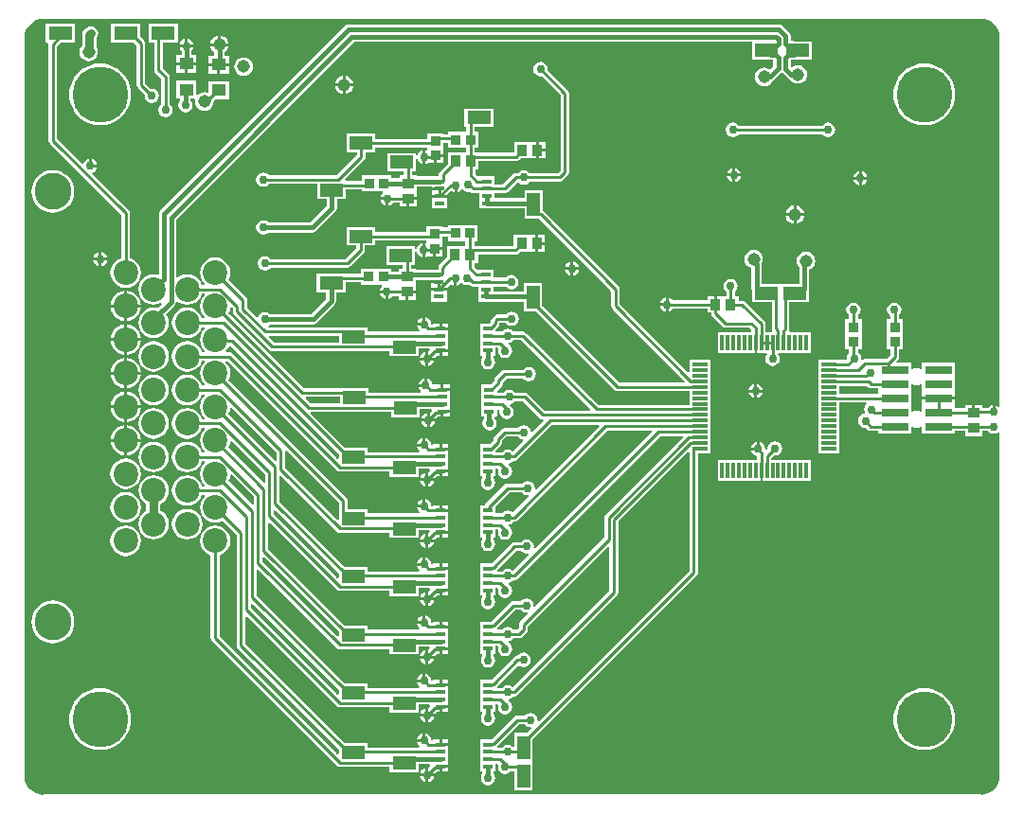
<source format=gtl>
G04*
G04 #@! TF.GenerationSoftware,Altium Limited,Altium Designer,19.1.8 (144)*
G04*
G04 Layer_Physical_Order=1*
G04 Layer_Color=255*
%FSLAX25Y25*%
%MOIN*%
G70*
G01*
G75*
%ADD12C,0.01000*%
%ADD15R,0.03543X0.03937*%
%ADD16R,0.08071X0.04528*%
%ADD17R,0.05118X0.04331*%
%ADD18R,0.03937X0.03543*%
%ADD19R,0.03740X0.03347*%
%ADD20R,0.01181X0.05315*%
%ADD21R,0.05315X0.01181*%
%ADD22R,0.03500X0.01654*%
%ADD23R,0.03347X0.03740*%
%ADD24R,0.04528X0.08071*%
%ADD41R,0.09449X0.02992*%
%ADD42C,0.03000*%
%ADD43C,0.01500*%
%ADD44C,0.08661*%
%ADD45C,0.12992*%
%ADD46C,0.19685*%
%ADD47C,0.03000*%
%ADD48C,0.04500*%
G36*
X341291Y276493D02*
X342533Y276116D01*
X343678Y275504D01*
X344681Y274681D01*
X345504Y273678D01*
X346116Y272533D01*
X346493Y271291D01*
X346615Y270047D01*
X346609Y270000D01*
Y140254D01*
X346109Y140010D01*
X345476Y140434D01*
X345000Y140528D01*
Y138079D01*
X344000D01*
Y140528D01*
X343525Y140434D01*
X342698Y139881D01*
X342515Y139608D01*
X340433D01*
Y140555D01*
X337965D01*
Y137784D01*
X336965D01*
Y140555D01*
X334496D01*
Y139529D01*
X330724D01*
Y140496D01*
X330724D01*
Y140504D01*
X330724D01*
Y142500D01*
X325000D01*
X319276D01*
Y140504D01*
X319276D01*
Y140496D01*
X319276D01*
Y138309D01*
X319142Y138243D01*
X318776Y138111D01*
X318098Y138392D01*
X317323Y138494D01*
X316548Y138392D01*
X315870Y138111D01*
X315504Y138243D01*
X315370Y138309D01*
Y140496D01*
X315370D01*
Y140504D01*
X315370D01*
Y145496D01*
X315370D01*
Y145504D01*
X315370D01*
Y147691D01*
X315504Y147757D01*
X315870Y147889D01*
X316548Y147608D01*
X317323Y147506D01*
X318098Y147608D01*
X318776Y147889D01*
X319142Y147757D01*
X319276Y147691D01*
Y145504D01*
X319276D01*
Y145496D01*
X319276D01*
Y143500D01*
X325000D01*
X330724D01*
Y145496D01*
X330724D01*
Y145504D01*
X330724D01*
Y150496D01*
X330724D01*
Y150504D01*
X330724D01*
Y155496D01*
X319276D01*
Y153309D01*
X319142Y153243D01*
X318776Y153111D01*
X318098Y153392D01*
X317323Y153494D01*
X316548Y153392D01*
X315870Y153111D01*
X315504Y153243D01*
X315370Y153309D01*
Y155496D01*
X310384D01*
X310193Y155958D01*
X310727Y156492D01*
X311059Y156989D01*
X311175Y157574D01*
Y160256D01*
X312516D01*
Y165374D01*
Y170721D01*
X311175D01*
Y172219D01*
X311267Y172280D01*
X311820Y173107D01*
X312014Y174083D01*
X311820Y175058D01*
X311267Y175885D01*
X310440Y176438D01*
X309465Y176632D01*
X308489Y176438D01*
X307662Y175885D01*
X307110Y175058D01*
X306916Y174083D01*
X307110Y173107D01*
X307662Y172280D01*
X308116Y171977D01*
Y170721D01*
X306776D01*
Y165374D01*
Y160256D01*
X308116D01*
Y158207D01*
X306725Y156816D01*
X299111D01*
X298526Y156700D01*
X298280Y156536D01*
X297830Y156836D01*
X297872Y157047D01*
X297678Y158023D01*
X297125Y158850D01*
X296681Y159147D01*
Y160256D01*
X298021D01*
Y165374D01*
Y170721D01*
X296681D01*
Y172098D01*
X296954Y172280D01*
X297506Y173107D01*
X297700Y174083D01*
X297506Y175058D01*
X296954Y175885D01*
X296127Y176438D01*
X295151Y176632D01*
X294176Y176438D01*
X293349Y175885D01*
X292796Y175058D01*
X292602Y174083D01*
X292796Y173107D01*
X293349Y172280D01*
X293622Y172098D01*
Y170721D01*
X292281D01*
Y165374D01*
Y160256D01*
X293622D01*
Y158917D01*
X293520Y158850D01*
X292968Y158023D01*
X292774Y157047D01*
X292790Y156968D01*
X292413Y156529D01*
X288031D01*
X287445Y156413D01*
X287428Y156402D01*
X282682D01*
Y153220D01*
Y151252D01*
Y147315D01*
Y143378D01*
Y139441D01*
Y135504D01*
Y131567D01*
Y127630D01*
Y123693D01*
X289997D01*
Y125661D01*
Y129598D01*
Y133535D01*
Y137472D01*
Y141471D01*
X299597D01*
X299749Y140971D01*
X299568Y140850D01*
X299015Y140023D01*
X298821Y139047D01*
X299015Y138072D01*
X299031Y138048D01*
X298801Y137492D01*
X298347Y137402D01*
X297520Y136850D01*
X296968Y136023D01*
X296774Y135047D01*
X296968Y134072D01*
X297520Y133245D01*
X298347Y132692D01*
X299323Y132498D01*
X299500Y132534D01*
X300115Y131919D01*
X300611Y131587D01*
X301197Y131471D01*
X303921D01*
Y130504D01*
X315370D01*
Y132691D01*
X315504Y132757D01*
X315870Y132889D01*
X316548Y132608D01*
X317323Y132506D01*
X318098Y132608D01*
X318776Y132889D01*
X319142Y132757D01*
X319276Y132691D01*
Y130504D01*
X330724D01*
Y131471D01*
X334496D01*
Y129697D01*
X340433D01*
Y131471D01*
X342515D01*
X342698Y131198D01*
X343525Y130645D01*
X344500Y130451D01*
X345476Y130645D01*
X346109Y131068D01*
X346609Y130825D01*
Y10000D01*
X346615Y9953D01*
X346493Y8709D01*
X346116Y7467D01*
X345504Y6322D01*
X344681Y5319D01*
X343678Y4496D01*
X342533Y3884D01*
X341291Y3508D01*
X340047Y3385D01*
X340000Y3391D01*
X10000D01*
X9953Y3385D01*
X8709Y3508D01*
X7467Y3884D01*
X6322Y4496D01*
X5319Y5319D01*
X4496Y6322D01*
X3884Y7467D01*
X3508Y8709D01*
X3385Y9953D01*
X3391Y10000D01*
Y270000D01*
X3385Y270047D01*
X3508Y271291D01*
X3884Y272533D01*
X4496Y273678D01*
X5319Y274681D01*
X6322Y275504D01*
X7467Y276116D01*
X8709Y276493D01*
X9953Y276615D01*
X10000Y276609D01*
X340000D01*
X340047Y276615D01*
X341291Y276493D01*
D02*
G37*
G36*
X300289Y146919D02*
X300785Y146587D01*
X301370Y146471D01*
X303921D01*
Y145504D01*
X303921D01*
Y145496D01*
X303921D01*
Y144529D01*
X289997D01*
Y147376D01*
X299831D01*
X300289Y146919D01*
D02*
G37*
%LPC*%
G36*
X72500Y270712D02*
Y268000D01*
X75212D01*
X75166Y268348D01*
X74839Y269139D01*
X74318Y269818D01*
X73639Y270339D01*
X72848Y270666D01*
X72500Y270712D01*
D02*
G37*
G36*
X71500D02*
X71152Y270666D01*
X70361Y270339D01*
X69682Y269818D01*
X69161Y269139D01*
X68834Y268348D01*
X68788Y268000D01*
X71500D01*
Y270712D01*
D02*
G37*
G36*
X60935Y269500D02*
Y267551D01*
X62885D01*
X62790Y268026D01*
X62238Y268853D01*
X61411Y269406D01*
X60935Y269500D01*
D02*
G37*
G36*
X59935D02*
X59460Y269406D01*
X58633Y268853D01*
X58080Y268026D01*
X57986Y267551D01*
X59935D01*
Y269500D01*
D02*
G37*
G36*
X26807Y274049D02*
X25832Y273855D01*
X25005Y273302D01*
X24485Y272782D01*
X23932Y271955D01*
X23738Y270980D01*
Y267282D01*
X23682Y267239D01*
X23161Y266560D01*
X22834Y265770D01*
X22722Y264921D01*
X22834Y264073D01*
X23161Y263282D01*
X23682Y262603D01*
X24361Y262082D01*
X25152Y261755D01*
X26000Y261643D01*
X26848Y261755D01*
X27639Y262082D01*
X28318Y262603D01*
X28839Y263282D01*
X29166Y264073D01*
X29278Y264921D01*
X29166Y265770D01*
X28839Y266560D01*
X28836Y266564D01*
Y270037D01*
X29162Y270525D01*
X29356Y271500D01*
X29162Y272476D01*
X28609Y273302D01*
X27782Y273855D01*
X26807Y274049D01*
D02*
G37*
G36*
X62885Y266551D02*
X57986D01*
X58080Y266075D01*
X58633Y265248D01*
X58651Y265236D01*
Y263885D01*
X56799D01*
Y261220D01*
X60358D01*
X63917D01*
Y263885D01*
X62220D01*
Y265236D01*
X62238Y265248D01*
X62790Y266075D01*
X62885Y266551D01*
D02*
G37*
G36*
X75212Y267000D02*
X68788D01*
X68834Y266652D01*
X69161Y265861D01*
X69682Y265182D01*
X70216Y264773D01*
Y263693D01*
X68199D01*
Y261028D01*
X71759D01*
X75318D01*
Y263693D01*
X73784D01*
Y264773D01*
X74318Y265182D01*
X74839Y265861D01*
X75166Y266652D01*
X75212Y267000D01*
D02*
G37*
G36*
X117555Y274620D02*
X116872Y274484D01*
X116293Y274097D01*
X116293Y274097D01*
X51211Y209015D01*
X50824Y208437D01*
X50688Y207754D01*
Y186794D01*
X50344Y186564D01*
X50188Y186538D01*
X48842Y186715D01*
X47451Y186532D01*
X46154Y185995D01*
X45041Y185141D01*
X44186Y184027D01*
X43649Y182730D01*
X43466Y181339D01*
X43649Y179947D01*
X44186Y178650D01*
X45041Y177537D01*
X46154Y176682D01*
X47451Y176145D01*
X48842Y175962D01*
X50234Y176145D01*
X51531Y176682D01*
X51828Y176284D01*
X50256Y174712D01*
X50234Y174721D01*
X48842Y174904D01*
X47451Y174721D01*
X46154Y174184D01*
X45041Y173329D01*
X44186Y172216D01*
X43649Y170919D01*
X43466Y169528D01*
X43649Y168136D01*
X44186Y166839D01*
X45041Y165726D01*
X46154Y164871D01*
X47451Y164334D01*
X48842Y164151D01*
X50234Y164334D01*
X51531Y164871D01*
X52644Y165726D01*
X53499Y166839D01*
X54036Y168136D01*
X54219Y169528D01*
X54036Y170919D01*
X53499Y172216D01*
X53198Y172607D01*
X56235Y175643D01*
X56235Y175643D01*
X56621Y176222D01*
X56757Y176905D01*
X56757Y176905D01*
Y176979D01*
X57257Y177225D01*
X57965Y176682D01*
X59262Y176145D01*
X60654Y175962D01*
X62045Y176145D01*
X63342Y176682D01*
X64455Y177537D01*
X65310Y178650D01*
X65790Y179809D01*
X66665D01*
X66825Y179336D01*
X66694Y179235D01*
X65840Y178121D01*
X65303Y176825D01*
X65119Y175433D01*
X65303Y174041D01*
X65840Y172745D01*
X66694Y171631D01*
X66825Y171530D01*
X66665Y171057D01*
X65790D01*
X65310Y172216D01*
X64455Y173329D01*
X63342Y174184D01*
X62045Y174721D01*
X60654Y174904D01*
X59262Y174721D01*
X57965Y174184D01*
X56852Y173329D01*
X55997Y172216D01*
X55460Y170919D01*
X55277Y169528D01*
X55460Y168136D01*
X55997Y166839D01*
X56852Y165726D01*
X57965Y164871D01*
X59262Y164334D01*
X60654Y164151D01*
X62045Y164334D01*
X63342Y164871D01*
X64455Y165726D01*
X65310Y166839D01*
X65790Y167998D01*
X66665D01*
X66825Y167525D01*
X66694Y167424D01*
X65840Y166310D01*
X65303Y165014D01*
X65119Y163622D01*
X65303Y162231D01*
X65840Y160934D01*
X66694Y159820D01*
X66825Y159719D01*
X66665Y159246D01*
X65790D01*
X65310Y160405D01*
X64455Y161518D01*
X63342Y162373D01*
X62045Y162910D01*
X60654Y163093D01*
X59262Y162910D01*
X57965Y162373D01*
X56852Y161518D01*
X55997Y160405D01*
X55460Y159108D01*
X55277Y157717D01*
X55460Y156325D01*
X55997Y155028D01*
X56852Y153915D01*
X57965Y153060D01*
X59262Y152523D01*
X60654Y152340D01*
X62045Y152523D01*
X63342Y153060D01*
X64455Y153915D01*
X65310Y155028D01*
X65790Y156187D01*
X66665D01*
X66825Y155714D01*
X66694Y155613D01*
X65840Y154499D01*
X65303Y153203D01*
X65119Y151811D01*
X65303Y150419D01*
X65840Y149123D01*
X66694Y148009D01*
X66825Y147908D01*
X66665Y147435D01*
X65790D01*
X65310Y148594D01*
X64455Y149707D01*
X63342Y150562D01*
X62045Y151099D01*
X60654Y151282D01*
X59262Y151099D01*
X57965Y150562D01*
X56852Y149707D01*
X55997Y148594D01*
X55460Y147297D01*
X55277Y145905D01*
X55460Y144514D01*
X55997Y143217D01*
X56852Y142104D01*
X57965Y141249D01*
X59262Y140712D01*
X60654Y140529D01*
X62045Y140712D01*
X63342Y141249D01*
X64455Y142104D01*
X65310Y143217D01*
X65790Y144376D01*
X66665D01*
X66825Y143903D01*
X66694Y143802D01*
X65840Y142688D01*
X65303Y141392D01*
X65119Y140000D01*
X65303Y138608D01*
X65840Y137312D01*
X66694Y136198D01*
X66825Y136097D01*
X66665Y135624D01*
X65790D01*
X65310Y136783D01*
X64455Y137896D01*
X63342Y138751D01*
X62045Y139288D01*
X60654Y139471D01*
X59262Y139288D01*
X57965Y138751D01*
X56852Y137896D01*
X55997Y136783D01*
X55460Y135486D01*
X55277Y134095D01*
X55460Y132703D01*
X55997Y131406D01*
X56852Y130293D01*
X57965Y129438D01*
X59262Y128901D01*
X60654Y128718D01*
X62045Y128901D01*
X63342Y129438D01*
X64455Y130293D01*
X65310Y131406D01*
X65790Y132565D01*
X66665D01*
X66825Y132092D01*
X66694Y131991D01*
X65840Y130877D01*
X65303Y129581D01*
X65119Y128189D01*
X65303Y126797D01*
X65840Y125501D01*
X66694Y124387D01*
X66825Y124286D01*
X66665Y123813D01*
X65790D01*
X65310Y124972D01*
X64455Y126085D01*
X63342Y126940D01*
X62045Y127477D01*
X60654Y127660D01*
X59262Y127477D01*
X57965Y126940D01*
X56852Y126085D01*
X55997Y124972D01*
X55460Y123675D01*
X55277Y122283D01*
X55460Y120892D01*
X55997Y119595D01*
X56852Y118482D01*
X57965Y117627D01*
X59262Y117090D01*
X60654Y116907D01*
X62045Y117090D01*
X63342Y117627D01*
X64455Y118482D01*
X65310Y119595D01*
X65790Y120754D01*
X66665D01*
X66825Y120281D01*
X66694Y120180D01*
X65840Y119066D01*
X65303Y117770D01*
X65119Y116378D01*
X65303Y114986D01*
X65840Y113690D01*
X66694Y112576D01*
X66825Y112475D01*
X66665Y112002D01*
X65790D01*
X65310Y113161D01*
X64455Y114274D01*
X63342Y115129D01*
X62045Y115666D01*
X60654Y115849D01*
X59262Y115666D01*
X57965Y115129D01*
X56852Y114274D01*
X55997Y113161D01*
X55460Y111864D01*
X55277Y110472D01*
X55460Y109081D01*
X55997Y107784D01*
X56852Y106670D01*
X57965Y105816D01*
X59262Y105279D01*
X60654Y105096D01*
X62045Y105279D01*
X63342Y105816D01*
X64455Y106670D01*
X65310Y107784D01*
X65790Y108943D01*
X66665D01*
X66825Y108470D01*
X66694Y108369D01*
X65840Y107255D01*
X65303Y105958D01*
X65119Y104567D01*
X65303Y103175D01*
X65840Y101879D01*
X66694Y100765D01*
X67808Y99911D01*
X69104Y99373D01*
X70496Y99190D01*
X71888Y99373D01*
X73047Y99853D01*
X78106Y94794D01*
Y55849D01*
X78222Y55264D01*
X78554Y54767D01*
X114063Y19258D01*
Y17871D01*
X113601Y17680D01*
X72026Y59255D01*
Y87620D01*
X73184Y88099D01*
X74298Y88954D01*
X75152Y90067D01*
X75690Y91364D01*
X75873Y92756D01*
X75690Y94147D01*
X75152Y95444D01*
X74298Y96558D01*
X73184Y97412D01*
X71888Y97949D01*
X70496Y98133D01*
X69104Y97949D01*
X67808Y97412D01*
X66694Y96558D01*
X65840Y95444D01*
X65303Y94147D01*
X65119Y92756D01*
X65303Y91364D01*
X65840Y90067D01*
X66694Y88954D01*
X67808Y88099D01*
X68967Y87620D01*
Y58622D01*
X69083Y58037D01*
X69415Y57540D01*
X113443Y13512D01*
X113939Y13180D01*
X114524Y13064D01*
X131965D01*
Y11236D01*
X142035D01*
Y14093D01*
X145964D01*
X146171Y13593D01*
X145500Y12922D01*
Y10759D01*
X147663D01*
X148366Y11462D01*
X149309D01*
Y13318D01*
X149809D01*
Y13818D01*
X152559D01*
Y14051D01*
Y16610D01*
Y19169D01*
Y20496D01*
X149809D01*
Y20996D01*
X149309D01*
Y22822D01*
X147059D01*
Y22525D01*
X146531D01*
X146355Y23412D01*
X145802Y24238D01*
X144975Y24791D01*
X144500Y24886D01*
Y22436D01*
X144000D01*
Y21936D01*
X141550D01*
X141645Y21461D01*
X142198Y20634D01*
X142448Y20466D01*
X142297Y19966D01*
X124134D01*
Y21421D01*
X116226D01*
X81164Y56482D01*
Y66137D01*
X81626Y66329D01*
X113443Y34512D01*
X113939Y34180D01*
X114524Y34064D01*
X131965D01*
Y32236D01*
X142035D01*
Y35093D01*
X145964D01*
X146171Y34593D01*
X145500Y33922D01*
Y31759D01*
X147663D01*
X148366Y32462D01*
X149309D01*
Y34319D01*
X149809D01*
Y34819D01*
X152559D01*
Y35051D01*
Y37610D01*
Y40169D01*
Y41496D01*
X149809D01*
Y41996D01*
X149309D01*
Y43823D01*
X147059D01*
Y43525D01*
X146531D01*
X146355Y44412D01*
X145802Y45239D01*
X144975Y45791D01*
X144500Y45886D01*
Y43436D01*
X144000D01*
Y42936D01*
X141550D01*
X141645Y42461D01*
X142198Y41634D01*
X142448Y41466D01*
X142297Y40966D01*
X124134D01*
Y42421D01*
X116226D01*
X85164Y73482D01*
Y82637D01*
X85626Y82829D01*
X113443Y55012D01*
X113939Y54680D01*
X114524Y54564D01*
X131965D01*
Y52736D01*
X142035D01*
Y55593D01*
X145964D01*
X146171Y55093D01*
X145500Y54422D01*
Y52259D01*
X147663D01*
X148366Y52962D01*
X149309D01*
Y54819D01*
X149809D01*
Y55319D01*
X152559D01*
Y55551D01*
Y58110D01*
Y60669D01*
Y61996D01*
X149809D01*
Y62496D01*
X149309D01*
Y64323D01*
X147059D01*
Y64025D01*
X146531D01*
X146355Y64912D01*
X145802Y65738D01*
X144975Y66291D01*
X144500Y66386D01*
Y63936D01*
X144000D01*
Y63436D01*
X141550D01*
X141645Y62961D01*
X142198Y62134D01*
X142448Y61966D01*
X142297Y61466D01*
X124134D01*
Y62921D01*
X116226D01*
X89164Y89982D01*
Y99137D01*
X89626Y99329D01*
X113443Y75512D01*
X113939Y75180D01*
X114524Y75064D01*
X131965D01*
Y73236D01*
X142035D01*
Y76093D01*
X145964D01*
X146171Y75593D01*
X145500Y74922D01*
Y72759D01*
X147663D01*
X148366Y73462D01*
X149309D01*
Y75319D01*
X149809D01*
Y75819D01*
X152559D01*
Y76051D01*
Y78610D01*
Y81169D01*
Y82496D01*
X149809D01*
Y82996D01*
X149309D01*
Y84822D01*
X147059D01*
Y84525D01*
X146531D01*
X146355Y85412D01*
X145802Y86238D01*
X144975Y86791D01*
X144500Y86886D01*
Y84436D01*
X144000D01*
Y83936D01*
X141550D01*
X141645Y83461D01*
X142198Y82634D01*
X142448Y82466D01*
X142297Y81966D01*
X124134D01*
Y83421D01*
X116226D01*
X93164Y106482D01*
Y115637D01*
X93626Y115829D01*
X113443Y96012D01*
X113939Y95680D01*
X114524Y95564D01*
X131965D01*
Y93736D01*
X142035D01*
Y96593D01*
X145964D01*
X146171Y96093D01*
X145500Y95422D01*
Y93259D01*
X147663D01*
X148366Y93962D01*
X149309D01*
Y95819D01*
X149809D01*
Y96319D01*
X152559D01*
Y96551D01*
Y99110D01*
Y101669D01*
Y102996D01*
X149809D01*
Y103496D01*
X149309D01*
Y105323D01*
X147059D01*
Y105025D01*
X146531D01*
X146355Y105912D01*
X145802Y106738D01*
X144975Y107291D01*
X144500Y107386D01*
Y104936D01*
X144000D01*
Y104436D01*
X141550D01*
X141645Y103961D01*
X142198Y103134D01*
X142448Y102966D01*
X142297Y102466D01*
X124134D01*
Y103921D01*
X117092D01*
Y106744D01*
X116976Y107329D01*
X116644Y107826D01*
X75209Y149260D01*
X75690Y150419D01*
X75873Y151811D01*
X75690Y153203D01*
X75152Y154499D01*
X74298Y155613D01*
X74266Y155637D01*
X74427Y156122D01*
X74792Y156163D01*
X113443Y117512D01*
X113939Y117180D01*
X114524Y117064D01*
X131965D01*
Y115236D01*
X142035D01*
Y118093D01*
X145964D01*
X146171Y117593D01*
X145500Y116922D01*
Y114759D01*
X147663D01*
X148366Y115462D01*
X149309D01*
Y117319D01*
X149809D01*
Y117819D01*
X152559D01*
Y118051D01*
Y120610D01*
Y123169D01*
Y124496D01*
X149809D01*
Y124996D01*
X149309D01*
Y126822D01*
X147059D01*
Y126525D01*
X146531D01*
X146355Y127411D01*
X145802Y128238D01*
X144975Y128791D01*
X144500Y128886D01*
Y126436D01*
X144000D01*
Y125936D01*
X141550D01*
X141645Y125461D01*
X142198Y124634D01*
X142448Y124466D01*
X142297Y123966D01*
X124134D01*
Y125421D01*
X116226D01*
X104045Y137602D01*
X104236Y138064D01*
X132465D01*
Y136236D01*
X142535D01*
Y139093D01*
X146464D01*
X146671Y138593D01*
X146000Y137922D01*
Y135759D01*
X148163D01*
X148866Y136462D01*
X149809D01*
Y138319D01*
X150309D01*
Y138819D01*
X153059D01*
Y139051D01*
Y141610D01*
Y144169D01*
Y145496D01*
X150309D01*
Y145996D01*
X149809D01*
Y147822D01*
X147559D01*
Y147525D01*
X147031D01*
X146855Y148412D01*
X146302Y149239D01*
X145475Y149791D01*
X145000Y149886D01*
Y147436D01*
X144500D01*
Y146936D01*
X142050D01*
X142145Y146461D01*
X142698Y145634D01*
X142948Y145466D01*
X142797Y144966D01*
X124634D01*
Y146421D01*
X117982D01*
X117835Y146450D01*
X101642D01*
X75209Y172882D01*
X75690Y174041D01*
X75807Y174933D01*
X76335Y175112D01*
X76700Y174747D01*
Y173474D01*
X76816Y172889D01*
X77148Y172393D01*
X89529Y160012D01*
X90025Y159680D01*
X90610Y159564D01*
X131965D01*
Y157736D01*
X142035D01*
Y160593D01*
X145964D01*
X146171Y160093D01*
X145500Y159422D01*
Y157259D01*
X147663D01*
X148366Y157962D01*
X149309D01*
Y159819D01*
X149809D01*
Y160319D01*
X152559D01*
Y160551D01*
Y163110D01*
Y165669D01*
Y166996D01*
X149809D01*
Y167496D01*
X149309D01*
Y169323D01*
X147059D01*
Y169025D01*
X146531D01*
X146355Y169912D01*
X145802Y170738D01*
X144975Y171291D01*
X144500Y171386D01*
Y168936D01*
X144000D01*
Y168436D01*
X141550D01*
X141645Y167961D01*
X142198Y167134D01*
X142448Y166966D01*
X142297Y166466D01*
X124134D01*
Y167921D01*
X117482D01*
X117335Y167950D01*
X89352D01*
X89293Y168033D01*
X89414Y168713D01*
X89802Y168972D01*
X89815Y168990D01*
X104974D01*
X105657Y169126D01*
X106236Y169513D01*
X112579Y175856D01*
X112579Y175856D01*
X112966Y176435D01*
X113101Y177118D01*
X113101Y177118D01*
Y180236D01*
X116352D01*
Y183734D01*
X121857D01*
Y182895D01*
X129123D01*
X129275Y182395D01*
X129061Y182252D01*
X128509Y181425D01*
X128414Y180950D01*
X130864D01*
Y180450D01*
X131364D01*
Y178000D01*
X131839Y178095D01*
X132666Y178648D01*
X132849Y178921D01*
X135120D01*
Y177678D01*
X137589D01*
Y180450D01*
X138089D01*
Y180950D01*
X141057D01*
Y182993D01*
Y184662D01*
X146550D01*
Y184387D01*
X149300D01*
Y183387D01*
X146550D01*
Y182060D01*
Y181828D01*
X149300D01*
X152050D01*
Y181915D01*
X153390Y183256D01*
X154054Y182811D01*
X154530Y182717D01*
Y185167D01*
X155530D01*
Y182717D01*
X156005Y182811D01*
X156832Y183364D01*
X156961Y183557D01*
X157310D01*
X158137Y183004D01*
X159112Y182810D01*
X159886Y182964D01*
X160045Y182806D01*
X160541Y182474D01*
X161126Y182358D01*
X163128D01*
Y179501D01*
Y176942D01*
X168628D01*
Y176967D01*
X179084D01*
Y173424D01*
X183449D01*
X211017Y145856D01*
X211513Y145524D01*
X212099Y145408D01*
X237406D01*
Y140592D01*
X205326D01*
X179900Y166018D01*
X179404Y166350D01*
X178819Y166466D01*
X175454D01*
X175272Y166739D01*
X174445Y167292D01*
X173469Y167486D01*
X172494Y167292D01*
X171667Y166739D01*
X171484Y166466D01*
X169138D01*
Y167160D01*
X170133Y168155D01*
X170465Y168651D01*
X170581Y169237D01*
Y169411D01*
X172913D01*
X173095Y169138D01*
X173922Y168586D01*
X174898Y168392D01*
X175873Y168586D01*
X176700Y169138D01*
X177253Y169965D01*
X177447Y170941D01*
X177253Y171916D01*
X176700Y172743D01*
X175873Y173296D01*
X174898Y173490D01*
X173922Y173296D01*
X173095Y172743D01*
X172913Y172470D01*
X169833D01*
X169247Y172354D01*
X168751Y172022D01*
X167971Y171241D01*
X167639Y170745D01*
X167523Y170160D01*
Y169870D01*
X166975Y169323D01*
X163638D01*
Y165669D01*
Y163110D01*
Y160551D01*
Y157992D01*
X164603D01*
Y157297D01*
X164196Y156688D01*
X164002Y155712D01*
X164196Y154737D01*
X164749Y153910D01*
X165576Y153357D01*
X166551Y153163D01*
X167527Y153357D01*
X168354Y153910D01*
X168906Y154737D01*
X169100Y155712D01*
X168906Y156688D01*
X168369Y157492D01*
X168395Y157622D01*
X168540Y157992D01*
X169138D01*
Y160848D01*
X169753D01*
X170130Y160348D01*
X170002Y159705D01*
X170196Y158730D01*
X170749Y157903D01*
X171576Y157350D01*
X172551Y157156D01*
X173527Y157350D01*
X174354Y157903D01*
X174906Y158730D01*
X175100Y159705D01*
X174906Y160681D01*
X174354Y161508D01*
X173724Y161928D01*
X173829Y162459D01*
X174445Y162582D01*
X175272Y163134D01*
X175454Y163407D01*
X178185D01*
X202507Y139086D01*
X202315Y138624D01*
X186295D01*
X180400Y144518D01*
X179904Y144850D01*
X179319Y144966D01*
X175954D01*
X175772Y145239D01*
X174945Y145792D01*
X173969Y145986D01*
X172994Y145792D01*
X172167Y145239D01*
X171984Y144966D01*
X169638D01*
Y145660D01*
X171319Y147341D01*
X171650Y147837D01*
X171767Y148422D01*
Y148712D01*
X172970Y149916D01*
X178940D01*
X179123Y149643D01*
X179949Y149090D01*
X180925Y148896D01*
X181900Y149090D01*
X182727Y149643D01*
X183280Y150469D01*
X183474Y151445D01*
X183280Y152420D01*
X182727Y153247D01*
X181900Y153800D01*
X180925Y153994D01*
X179949Y153800D01*
X179123Y153247D01*
X178940Y152974D01*
X172337D01*
X171752Y152858D01*
X171256Y152526D01*
X169156Y150427D01*
X168824Y149931D01*
X168708Y149345D01*
Y149056D01*
X167475Y147822D01*
X164138D01*
Y144169D01*
Y141610D01*
Y139051D01*
Y136492D01*
X165103D01*
Y135797D01*
X164696Y135188D01*
X164502Y134212D01*
X164696Y133237D01*
X165249Y132410D01*
X166076Y131857D01*
X167051Y131663D01*
X168027Y131857D01*
X168854Y132410D01*
X169406Y133237D01*
X169600Y134212D01*
X169406Y135188D01*
X168869Y135992D01*
X168895Y136122D01*
X169039Y136492D01*
X169638D01*
Y139348D01*
X170253D01*
X170630Y138848D01*
X170502Y138205D01*
X170696Y137230D01*
X171249Y136403D01*
X172076Y135850D01*
X173051Y135656D01*
X174027Y135850D01*
X174854Y136403D01*
X175406Y137230D01*
X175600Y138205D01*
X175406Y139181D01*
X174854Y140008D01*
X174224Y140428D01*
X174329Y140959D01*
X174945Y141082D01*
X175772Y141634D01*
X175954Y141907D01*
X178685D01*
X184580Y136013D01*
X185076Y135681D01*
X185661Y135565D01*
X185950D01*
X186141Y135103D01*
X182033Y130995D01*
X181501Y131170D01*
X181355Y131904D01*
X180802Y132731D01*
X179975Y133284D01*
X179000Y133478D01*
X178024Y133284D01*
X177198Y132731D01*
X177015Y132458D01*
X172321D01*
X171736Y132342D01*
X171239Y132010D01*
X168898Y129669D01*
X168566Y129173D01*
X168450Y128587D01*
Y128298D01*
X166975Y126822D01*
X163638D01*
Y123169D01*
Y120610D01*
Y118051D01*
Y115492D01*
X164603D01*
Y114797D01*
X164196Y114188D01*
X164002Y113212D01*
X164196Y112237D01*
X164749Y111410D01*
X165576Y110857D01*
X166551Y110663D01*
X167527Y110857D01*
X168354Y111410D01*
X168906Y112237D01*
X169100Y113212D01*
X168906Y114188D01*
X168369Y114992D01*
X168395Y115122D01*
X168540Y115492D01*
X169138D01*
Y118348D01*
X169753D01*
X170130Y117848D01*
X170002Y117205D01*
X170196Y116230D01*
X170749Y115403D01*
X171576Y114850D01*
X172551Y114656D01*
X173527Y114850D01*
X174354Y115403D01*
X174906Y116230D01*
X175100Y117205D01*
X174906Y118181D01*
X174354Y119008D01*
X173724Y119429D01*
X173829Y119959D01*
X174445Y120082D01*
X175272Y120634D01*
X175454Y120907D01*
X175638D01*
X176223Y121024D01*
X176719Y121355D01*
X188961Y133597D01*
X205482D01*
X205673Y133135D01*
X183544Y111006D01*
X183103Y111242D01*
X183124Y111345D01*
X182930Y112321D01*
X182377Y113148D01*
X181550Y113700D01*
X180575Y113894D01*
X179599Y113700D01*
X178773Y113148D01*
X178590Y112875D01*
X173336D01*
X172750Y112758D01*
X172254Y112427D01*
X165625Y105798D01*
X165308Y105323D01*
X163638D01*
Y101669D01*
Y99110D01*
Y96551D01*
Y93992D01*
X164603D01*
Y93297D01*
X164196Y92688D01*
X164002Y91712D01*
X164196Y90737D01*
X164749Y89910D01*
X165576Y89357D01*
X166551Y89163D01*
X167527Y89357D01*
X168354Y89910D01*
X168906Y90737D01*
X169100Y91712D01*
X168906Y92688D01*
X168369Y93492D01*
X168395Y93622D01*
X168540Y93992D01*
X169138D01*
Y96848D01*
X169753D01*
X170130Y96348D01*
X170002Y95705D01*
X170196Y94730D01*
X170749Y93903D01*
X171576Y93350D01*
X172551Y93156D01*
X173527Y93350D01*
X174354Y93903D01*
X174906Y94730D01*
X175100Y95705D01*
X174906Y96681D01*
X174354Y97508D01*
X173724Y97929D01*
X173829Y98459D01*
X174445Y98582D01*
X175272Y99134D01*
X175454Y99407D01*
X175638D01*
X176223Y99524D01*
X176719Y99855D01*
X208492Y131628D01*
X224013D01*
X224204Y131166D01*
X183036Y89997D01*
X182575Y90244D01*
X182687Y90807D01*
X182493Y91782D01*
X181940Y92610D01*
X181113Y93162D01*
X180138Y93356D01*
X179162Y93162D01*
X178335Y92610D01*
X178153Y92336D01*
X175871D01*
X175286Y92220D01*
X174790Y91888D01*
X167745Y84844D01*
X166707D01*
X166598Y84822D01*
X163638D01*
Y81169D01*
Y78610D01*
Y76051D01*
Y73492D01*
X164603D01*
Y72797D01*
X164196Y72188D01*
X164002Y71212D01*
X164196Y70237D01*
X164749Y69410D01*
X165576Y68857D01*
X166551Y68663D01*
X167527Y68857D01*
X168354Y69410D01*
X168906Y70237D01*
X169100Y71212D01*
X168906Y72188D01*
X168369Y72992D01*
X168395Y73122D01*
X168540Y73492D01*
X169138D01*
Y76348D01*
X169753D01*
X170130Y75848D01*
X170002Y75205D01*
X170196Y74230D01*
X170749Y73403D01*
X171576Y72850D01*
X172551Y72656D01*
X173527Y72850D01*
X174354Y73403D01*
X174906Y74230D01*
X175100Y75205D01*
X174906Y76181D01*
X174354Y77008D01*
X173724Y77429D01*
X173829Y77959D01*
X174445Y78082D01*
X175272Y78634D01*
X175454Y78907D01*
X175638D01*
X176223Y79024D01*
X176719Y79355D01*
X227024Y129660D01*
X234992D01*
X235183Y129198D01*
X207946Y101961D01*
X207614Y101464D01*
X207498Y100879D01*
Y93960D01*
X182940Y69402D01*
X182479Y69648D01*
X182549Y70000D01*
X182355Y70976D01*
X181802Y71802D01*
X180975Y72355D01*
X180000Y72549D01*
X179025Y72355D01*
X178198Y71802D01*
X178015Y71529D01*
X175564D01*
X174979Y71413D01*
X174483Y71081D01*
X167745Y64344D01*
X166707D01*
X166598Y64323D01*
X163638D01*
Y60669D01*
Y58110D01*
Y55551D01*
Y52992D01*
X164603D01*
Y52297D01*
X164196Y51688D01*
X164002Y50712D01*
X164196Y49737D01*
X164749Y48910D01*
X165576Y48357D01*
X166551Y48163D01*
X167527Y48357D01*
X168354Y48910D01*
X168906Y49737D01*
X169100Y50712D01*
X168906Y51688D01*
X168369Y52492D01*
X168395Y52622D01*
X168540Y52992D01*
X169138D01*
Y55848D01*
X169753D01*
X170130Y55348D01*
X170002Y54705D01*
X170196Y53730D01*
X170749Y52903D01*
X171576Y52350D01*
X172551Y52156D01*
X173527Y52350D01*
X174354Y52903D01*
X174906Y53730D01*
X175100Y54705D01*
X174906Y55681D01*
X174354Y56508D01*
X173724Y56928D01*
X173829Y57459D01*
X174445Y57582D01*
X175272Y58134D01*
X175454Y58407D01*
X177486D01*
X178071Y58524D01*
X178568Y58855D01*
X180081Y60369D01*
X180413Y60865D01*
X180529Y61450D01*
Y62665D01*
X208836Y90972D01*
X209298Y90781D01*
Y75260D01*
X175277Y41239D01*
X175272Y41239D01*
X174445Y41792D01*
X173469Y41986D01*
X172494Y41792D01*
X171667Y41239D01*
X171484Y40966D01*
X169900D01*
X169693Y41466D01*
X177259Y49032D01*
X178024Y48521D01*
X179000Y48327D01*
X179975Y48521D01*
X180802Y49073D01*
X181355Y49900D01*
X181549Y50876D01*
X181355Y51851D01*
X180802Y52678D01*
X179975Y53231D01*
X179000Y53425D01*
X178024Y53231D01*
X177198Y52678D01*
X177015Y52405D01*
X176940D01*
X176354Y52289D01*
X175858Y51957D01*
X167745Y43844D01*
X166707D01*
X166598Y43823D01*
X163638D01*
Y40169D01*
Y37610D01*
Y35051D01*
Y32492D01*
X164603D01*
Y31797D01*
X164196Y31188D01*
X164002Y30212D01*
X164196Y29237D01*
X164749Y28410D01*
X165576Y27857D01*
X166551Y27663D01*
X167527Y27857D01*
X168354Y28410D01*
X168906Y29237D01*
X169100Y30212D01*
X168906Y31188D01*
X168369Y31992D01*
X168395Y32122D01*
X168540Y32492D01*
X169138D01*
Y35348D01*
X169753D01*
X170130Y34848D01*
X170002Y34205D01*
X170196Y33230D01*
X170749Y32403D01*
X171576Y31850D01*
X172551Y31656D01*
X173527Y31850D01*
X174354Y32403D01*
X174906Y33230D01*
X175100Y34205D01*
X174906Y35181D01*
X174354Y36008D01*
X173724Y36428D01*
X173829Y36959D01*
X174445Y37082D01*
X175272Y37634D01*
X175454Y37907D01*
X175638D01*
X176223Y38024D01*
X176719Y38355D01*
X211909Y73545D01*
X212240Y74041D01*
X212357Y74626D01*
Y99500D01*
X236915Y124058D01*
X237377Y123867D01*
Y82339D01*
X184346Y29308D01*
X183885Y29554D01*
X183911Y29685D01*
X183717Y30660D01*
X183165Y31487D01*
X182338Y32039D01*
X181362Y32234D01*
X180387Y32039D01*
X179560Y31487D01*
X179377Y31214D01*
X176749D01*
X176163Y31097D01*
X175667Y30766D01*
X167745Y22844D01*
X166707D01*
X166598Y22822D01*
X163638D01*
Y19169D01*
Y16610D01*
Y14051D01*
Y11492D01*
X164603D01*
Y10797D01*
X164196Y10188D01*
X164002Y9212D01*
X164196Y8237D01*
X164749Y7410D01*
X165576Y6857D01*
X166551Y6663D01*
X167527Y6857D01*
X168354Y7410D01*
X168906Y8237D01*
X169100Y9212D01*
X168906Y10188D01*
X168369Y10992D01*
X168395Y11122D01*
X168540Y11492D01*
X169138D01*
Y14348D01*
X169753D01*
X170130Y13848D01*
X170002Y13205D01*
X170196Y12230D01*
X170749Y11403D01*
X171576Y10850D01*
X172551Y10656D01*
X173527Y10850D01*
X174354Y11403D01*
X174536Y11676D01*
X175736D01*
Y4992D01*
X182264D01*
Y14992D01*
X182264D01*
Y22900D01*
X239988Y80624D01*
X240319Y81120D01*
X240436Y81705D01*
Y123693D01*
X244721D01*
Y125661D01*
Y129598D01*
Y133535D01*
Y137472D01*
Y141409D01*
Y145346D01*
Y149284D01*
Y153220D01*
Y156402D01*
X237406D01*
Y152261D01*
X236944Y152070D01*
X212955Y176059D01*
Y181338D01*
X212839Y181924D01*
X212507Y182420D01*
X186066Y208861D01*
X185859Y209000D01*
Y216351D01*
X179331D01*
Y213391D01*
X168875D01*
Y215213D01*
X172335D01*
X172920Y215330D01*
X173416Y215661D01*
X176720Y218966D01*
X177328Y218926D01*
X178155Y218373D01*
X179130Y218179D01*
X180105Y218373D01*
X180932Y218926D01*
X181115Y219199D01*
X191646D01*
X192231Y219315D01*
X192727Y219647D01*
X194581Y221501D01*
X194913Y221997D01*
X195029Y222582D01*
Y250382D01*
X194913Y250967D01*
X194581Y251463D01*
X187469Y258576D01*
X187533Y258898D01*
X187339Y259873D01*
X186787Y260700D01*
X185960Y261253D01*
X184984Y261447D01*
X184009Y261253D01*
X183182Y260700D01*
X182629Y259873D01*
X182435Y258898D01*
X182629Y257922D01*
X183182Y257095D01*
X184009Y256543D01*
X184984Y256349D01*
X185306Y256413D01*
X191971Y249748D01*
Y223216D01*
X191012Y222258D01*
X181115D01*
X180932Y222531D01*
X180105Y223083D01*
X179130Y223277D01*
X178155Y223083D01*
X177328Y222531D01*
X177145Y222258D01*
X176320D01*
X175735Y222141D01*
X175239Y221810D01*
X171701Y218272D01*
X168875D01*
Y221129D01*
X163375D01*
Y221129D01*
X162893Y221171D01*
X162023Y222042D01*
Y223495D01*
X163265D01*
Y226402D01*
X176362D01*
X176948Y226519D01*
X177444Y226850D01*
X177981Y227387D01*
X183405D01*
Y230356D01*
Y233324D01*
X175818D01*
Y229550D01*
X175729Y229461D01*
X161924D01*
Y231093D01*
X163068D01*
Y236833D01*
X161924D01*
Y238476D01*
X168358D01*
Y245004D01*
X158287D01*
Y238476D01*
X158866D01*
Y236833D01*
X152604D01*
Y235934D01*
X150847D01*
Y236303D01*
X145107D01*
Y234385D01*
X126954D01*
Y236120D01*
X116883D01*
Y229592D01*
X120389D01*
Y228661D01*
X113258Y221529D01*
X89485D01*
X89302Y221802D01*
X88476Y222355D01*
X87500Y222549D01*
X86524Y222355D01*
X85698Y221802D01*
X85145Y220975D01*
X84951Y220000D01*
X85145Y219024D01*
X85698Y218198D01*
X86524Y217645D01*
X87500Y217451D01*
X88476Y217645D01*
X89302Y218198D01*
X89485Y218471D01*
X106529D01*
Y213092D01*
X109780D01*
Y210713D01*
X103959Y204892D01*
X89315D01*
X89302Y204910D01*
X88476Y205462D01*
X87500Y205656D01*
X86524Y205462D01*
X85698Y204910D01*
X85145Y204083D01*
X84951Y203107D01*
X85145Y202132D01*
X85698Y201305D01*
X86524Y200752D01*
X87500Y200558D01*
X88476Y200752D01*
X89302Y201305D01*
X89315Y201323D01*
X104698D01*
X105380Y201459D01*
X105959Y201846D01*
X112826Y208712D01*
X113212Y209291D01*
X113348Y209974D01*
Y213092D01*
X116599D01*
Y216471D01*
X122104D01*
Y215751D01*
X129370D01*
X129522Y215251D01*
X129308Y215108D01*
X128756Y214281D01*
X128661Y213806D01*
X131111D01*
Y213306D01*
X131611D01*
Y210856D01*
X132086Y210951D01*
X132913Y211504D01*
X133096Y211776D01*
X135367D01*
Y210534D01*
X137836D01*
Y213306D01*
X138336D01*
Y213806D01*
X141304D01*
Y215849D01*
Y217518D01*
X146797D01*
Y217243D01*
X149547D01*
Y216243D01*
X146797D01*
Y214916D01*
Y214684D01*
X149547D01*
X152297D01*
Y214771D01*
X153637Y216111D01*
X154301Y215668D01*
X154777Y215573D01*
Y218022D01*
X155777D01*
Y215573D01*
X156252Y215668D01*
X157079Y216220D01*
X157208Y216413D01*
X157557D01*
X158384Y215860D01*
X159359Y215666D01*
X160133Y215820D01*
X160292Y215661D01*
X160788Y215330D01*
X161373Y215213D01*
X163375D01*
Y212357D01*
Y209798D01*
X168875D01*
Y209823D01*
X179331D01*
Y206280D01*
X184211D01*
X184349Y206253D01*
X209897Y180705D01*
Y175425D01*
X210013Y174840D01*
X210345Y174344D01*
X235760Y148928D01*
X235569Y148466D01*
X212732D01*
X185611Y175587D01*
Y183495D01*
X179084D01*
Y180535D01*
X168628D01*
Y182358D01*
X172712D01*
X172894Y182085D01*
X173721Y181532D01*
X174697Y181338D01*
X175672Y181532D01*
X176499Y182085D01*
X177052Y182912D01*
X177246Y183887D01*
X177052Y184862D01*
X176499Y185689D01*
X175672Y186242D01*
X174697Y186436D01*
X173721Y186242D01*
X172894Y185689D01*
X172712Y185416D01*
X168628D01*
Y188273D01*
X163128D01*
Y188273D01*
X162646Y188316D01*
X161776Y189186D01*
Y190639D01*
X163018D01*
Y193547D01*
X176115D01*
X176701Y193663D01*
X177197Y193994D01*
X177734Y194532D01*
X183158D01*
Y197500D01*
Y200468D01*
X175571D01*
Y196694D01*
X175482Y196605D01*
X161677D01*
Y198237D01*
X162821D01*
Y203977D01*
X152357D01*
Y203078D01*
X150600D01*
Y203448D01*
X144860D01*
Y201529D01*
X126707D01*
Y203264D01*
X116636D01*
Y196736D01*
X120142D01*
Y195805D01*
X116367Y192029D01*
X89985D01*
X89802Y192302D01*
X88976Y192855D01*
X88000Y193049D01*
X87024Y192855D01*
X86198Y192302D01*
X85645Y191475D01*
X85451Y190500D01*
X85645Y189524D01*
X86198Y188698D01*
X87024Y188145D01*
X88000Y187951D01*
X88976Y188145D01*
X89802Y188698D01*
X89985Y188971D01*
X117000D01*
X117585Y189087D01*
X118081Y189419D01*
X122753Y194090D01*
X123084Y194586D01*
X123201Y195171D01*
Y196736D01*
X126707D01*
Y198471D01*
X144860D01*
Y197825D01*
X144473Y197508D01*
X144385Y197526D01*
Y195076D01*
Y192626D01*
X144861Y192721D01*
X145253Y192983D01*
X147230D01*
Y195656D01*
X147730D01*
Y196156D01*
X150600D01*
Y198101D01*
Y200019D01*
X152357D01*
Y198237D01*
X158619D01*
Y196576D01*
X152160D01*
Y192802D01*
X149468Y190110D01*
X149137Y189614D01*
X149020Y189029D01*
Y188273D01*
X146550D01*
Y188230D01*
X141057D01*
Y188537D01*
X139618D01*
Y189952D01*
X140952D01*
Y194442D01*
X141452Y194492D01*
X141530Y194100D01*
X142083Y193274D01*
X142910Y192721D01*
X143385Y192626D01*
Y195076D01*
Y197526D01*
X142910Y197431D01*
X142083Y196878D01*
X141530Y196051D01*
X141452Y195660D01*
X140952Y195710D01*
Y196479D01*
X130882D01*
Y189952D01*
X136559D01*
Y188537D01*
X135120D01*
Y187549D01*
X132321D01*
Y188635D01*
X121857D01*
Y186793D01*
X113353D01*
X113205Y186764D01*
X106282D01*
Y180236D01*
X109533D01*
Y177857D01*
X104235Y172559D01*
X89815D01*
X89802Y172577D01*
X88976Y173130D01*
X88000Y173324D01*
X87024Y173130D01*
X86198Y172577D01*
X85645Y171750D01*
X85632Y171686D01*
X85154Y171541D01*
X81759Y174936D01*
Y177511D01*
X81642Y178096D01*
X81311Y178592D01*
X75209Y184694D01*
X75690Y185853D01*
X75873Y187244D01*
X75690Y188636D01*
X75152Y189932D01*
X74298Y191046D01*
X73184Y191901D01*
X71888Y192438D01*
X70496Y192621D01*
X69104Y192438D01*
X67808Y191901D01*
X66694Y191046D01*
X65840Y189932D01*
X65303Y188636D01*
X65119Y187244D01*
X65303Y185853D01*
X65840Y184556D01*
X66694Y183442D01*
X66825Y183341D01*
X66665Y182868D01*
X65790D01*
X65310Y184027D01*
X64455Y185141D01*
X63342Y185995D01*
X62045Y186532D01*
X60654Y186715D01*
X59262Y186532D01*
X57965Y185995D01*
X57257Y185452D01*
X56757Y185698D01*
Y205979D01*
X119329Y268551D01*
X259428D01*
Y262179D01*
X265805D01*
X265977Y262145D01*
X265977Y262145D01*
X266947D01*
Y259922D01*
X265740Y258715D01*
X265340Y259022D01*
X264550Y259349D01*
X263701Y259461D01*
X262853Y259349D01*
X262062Y259022D01*
X261384Y258501D01*
X260862Y257822D01*
X260535Y257031D01*
X260423Y256183D01*
X260535Y255334D01*
X260862Y254544D01*
X261384Y253865D01*
X262062Y253344D01*
X262853Y253017D01*
X263701Y252905D01*
X264550Y253017D01*
X265340Y253344D01*
X266019Y253865D01*
X266540Y254544D01*
X266583Y254647D01*
X266993Y254921D01*
X269865Y257793D01*
X269970Y257783D01*
X272014Y255738D01*
X272593Y255351D01*
X272682Y255334D01*
X273182Y254682D01*
X273861Y254161D01*
X274652Y253834D01*
X275500Y253722D01*
X276348Y253834D01*
X277139Y254161D01*
X277818Y254682D01*
X278339Y255361D01*
X278666Y256152D01*
X278778Y257000D01*
X278666Y257848D01*
X278339Y258639D01*
X277818Y259318D01*
X277139Y259839D01*
X276348Y260166D01*
X275500Y260278D01*
X274652Y260166D01*
X273861Y259839D01*
X273389Y259476D01*
X273016Y259790D01*
Y262145D01*
X273986D01*
X274159Y262179D01*
X280535D01*
Y268707D01*
X274159D01*
X273986Y268741D01*
X273016D01*
Y270493D01*
X272880Y271175D01*
X272493Y271754D01*
X272493Y271754D01*
X270150Y274097D01*
X269571Y274484D01*
X268888Y274620D01*
X117555D01*
X117555Y274620D01*
D02*
G37*
G36*
X63917Y260220D02*
X60858D01*
Y257555D01*
X63917D01*
Y260220D01*
D02*
G37*
G36*
X59858D02*
X56799D01*
Y257555D01*
X59858D01*
Y260220D01*
D02*
G37*
G36*
X75318Y260028D02*
X72259D01*
Y257362D01*
X75318D01*
Y260028D01*
D02*
G37*
G36*
X71259D02*
X68199D01*
Y257362D01*
X71259D01*
Y260028D01*
D02*
G37*
G36*
X80500Y263018D02*
X79652Y262906D01*
X78861Y262579D01*
X78182Y262058D01*
X77661Y261379D01*
X77334Y260588D01*
X77222Y259740D01*
X77334Y258891D01*
X77661Y258101D01*
X78182Y257422D01*
X78861Y256901D01*
X79652Y256573D01*
X80500Y256462D01*
X81348Y256573D01*
X82139Y256901D01*
X82818Y257422D01*
X83339Y258101D01*
X83666Y258891D01*
X83778Y259740D01*
X83666Y260588D01*
X83339Y261379D01*
X82818Y262058D01*
X82139Y262579D01*
X81348Y262906D01*
X80500Y263018D01*
D02*
G37*
G36*
X116350Y256551D02*
Y253839D01*
X119063D01*
X119017Y254187D01*
X118689Y254978D01*
X118168Y255657D01*
X117489Y256177D01*
X116699Y256505D01*
X116350Y256551D01*
D02*
G37*
G36*
X115350D02*
X115002Y256505D01*
X114211Y256177D01*
X113532Y255657D01*
X113012Y254978D01*
X112684Y254187D01*
X112638Y253839D01*
X115350D01*
Y256551D01*
D02*
G37*
G36*
X119063Y252839D02*
X116350D01*
Y250126D01*
X116699Y250172D01*
X117489Y250500D01*
X118168Y251021D01*
X118689Y251700D01*
X119017Y252490D01*
X119063Y252839D01*
D02*
G37*
G36*
X115350D02*
X112638D01*
X112684Y252490D01*
X113012Y251700D01*
X113532Y251021D01*
X114211Y250500D01*
X115002Y250172D01*
X115350Y250126D01*
Y252839D01*
D02*
G37*
G36*
X44035Y274764D02*
X33965D01*
Y268236D01*
X41873D01*
X42864Y267245D01*
Y253339D01*
X42981Y252753D01*
X43312Y252257D01*
X45747Y249822D01*
X45683Y249500D01*
X45877Y248524D01*
X46430Y247698D01*
X47257Y247145D01*
X48232Y246951D01*
X49208Y247145D01*
X50035Y247698D01*
X50587Y248524D01*
X50781Y249500D01*
X50587Y250476D01*
X50035Y251302D01*
X49208Y251855D01*
X48232Y252049D01*
X47910Y251985D01*
X45923Y253972D01*
Y267878D01*
X45807Y268463D01*
X45475Y268960D01*
X44035Y270399D01*
Y274764D01*
D02*
G37*
G36*
X63917Y254830D02*
X56799D01*
Y248500D01*
X58246D01*
Y248007D01*
X58228Y247995D01*
X57676Y247168D01*
X57481Y246193D01*
X57676Y245217D01*
X58228Y244390D01*
X59055Y243837D01*
X60031Y243643D01*
X61006Y243837D01*
X61833Y244390D01*
X62385Y245217D01*
X62580Y246193D01*
X62385Y247168D01*
X61833Y247995D01*
X61815Y248007D01*
Y248500D01*
X63179D01*
X63579Y248000D01*
X63513Y247500D01*
X63625Y246652D01*
X63952Y245861D01*
X64473Y245182D01*
X65152Y244661D01*
X65943Y244334D01*
X66791Y244222D01*
X67640Y244334D01*
X68430Y244661D01*
X69109Y245182D01*
X69630Y245861D01*
X69958Y246652D01*
X70069Y247500D01*
X70009Y247954D01*
X70362Y248307D01*
X75318D01*
Y254638D01*
X68199D01*
Y250976D01*
X67699Y250641D01*
X67640Y250666D01*
X66791Y250778D01*
X65943Y250666D01*
X65152Y250339D01*
X64473Y249818D01*
X64417Y249745D01*
X63917Y249915D01*
Y254830D01*
D02*
G37*
G36*
X57303Y274764D02*
X47232D01*
Y268236D01*
X49078D01*
Y258585D01*
X49195Y258000D01*
X49526Y257504D01*
X51471Y255559D01*
Y246485D01*
X51198Y246302D01*
X50645Y245476D01*
X50451Y244500D01*
X50645Y243525D01*
X51198Y242698D01*
X52025Y242145D01*
X53000Y241951D01*
X53975Y242145D01*
X54802Y242698D01*
X55355Y243525D01*
X55549Y244500D01*
X55355Y245476D01*
X54802Y246302D01*
X54529Y246485D01*
Y256192D01*
X54413Y256778D01*
X54081Y257274D01*
X52137Y259218D01*
Y268236D01*
X57303D01*
Y274764D01*
D02*
G37*
G36*
X320000Y260876D02*
X318299Y260742D01*
X316639Y260344D01*
X315062Y259691D01*
X313607Y258799D01*
X312310Y257691D01*
X311201Y256393D01*
X310309Y254938D01*
X309656Y253361D01*
X309258Y251701D01*
X309124Y250000D01*
X309258Y248299D01*
X309656Y246639D01*
X310309Y245062D01*
X311201Y243607D01*
X312310Y242309D01*
X313607Y241201D01*
X315062Y240309D01*
X316639Y239656D01*
X318299Y239258D01*
X320000Y239124D01*
X321701Y239258D01*
X323361Y239656D01*
X324938Y240309D01*
X326393Y241201D01*
X327691Y242309D01*
X328799Y243607D01*
X329691Y245062D01*
X330344Y246639D01*
X330742Y248299D01*
X330876Y250000D01*
X330742Y251701D01*
X330344Y253361D01*
X329691Y254938D01*
X328799Y256393D01*
X327691Y257691D01*
X326393Y258799D01*
X324938Y259691D01*
X323361Y260344D01*
X321701Y260742D01*
X320000Y260876D01*
D02*
G37*
G36*
X30000D02*
X28299Y260742D01*
X26639Y260344D01*
X25062Y259691D01*
X23607Y258799D01*
X22309Y257691D01*
X21201Y256393D01*
X20309Y254938D01*
X19656Y253361D01*
X19258Y251701D01*
X19124Y250000D01*
X19258Y248299D01*
X19656Y246639D01*
X20309Y245062D01*
X21201Y243607D01*
X22309Y242309D01*
X23607Y241201D01*
X25062Y240309D01*
X26639Y239656D01*
X28299Y239258D01*
X30000Y239124D01*
X31701Y239258D01*
X33361Y239656D01*
X34938Y240309D01*
X36393Y241201D01*
X37690Y242309D01*
X38799Y243607D01*
X39691Y245062D01*
X40344Y246639D01*
X40742Y248299D01*
X40876Y250000D01*
X40742Y251701D01*
X40344Y253361D01*
X39691Y254938D01*
X38799Y256393D01*
X37690Y257691D01*
X36393Y258799D01*
X34938Y259691D01*
X33361Y260344D01*
X31701Y260742D01*
X30000Y260876D01*
D02*
G37*
G36*
X286166Y240065D02*
X285190Y239871D01*
X284363Y239319D01*
X284181Y239046D01*
X254650D01*
X254468Y239319D01*
X253641Y239871D01*
X252666Y240065D01*
X251690Y239871D01*
X250863Y239319D01*
X250311Y238492D01*
X250117Y237516D01*
X250311Y236541D01*
X250863Y235714D01*
X251690Y235161D01*
X252666Y234967D01*
X253641Y235161D01*
X254468Y235714D01*
X254650Y235987D01*
X284181D01*
X284363Y235714D01*
X285190Y235161D01*
X286166Y234967D01*
X287141Y235161D01*
X287968Y235714D01*
X288521Y236541D01*
X288715Y237516D01*
X288521Y238492D01*
X287968Y239319D01*
X287141Y239871D01*
X286166Y240065D01*
D02*
G37*
G36*
X186676Y233324D02*
X184405D01*
Y230856D01*
X186676D01*
Y233324D01*
D02*
G37*
G36*
Y229856D02*
X184405D01*
Y227387D01*
X186676D01*
Y229856D01*
D02*
G37*
G36*
X27000Y227250D02*
Y225301D01*
X28949D01*
X28855Y225776D01*
X28302Y226603D01*
X27476Y227155D01*
X27000Y227250D01*
D02*
G37*
G36*
X253500Y224023D02*
Y222074D01*
X255450D01*
X255355Y222549D01*
X254802Y223376D01*
X253976Y223928D01*
X253500Y224023D01*
D02*
G37*
G36*
X252500D02*
X252025Y223928D01*
X251198Y223376D01*
X250645Y222549D01*
X250551Y222074D01*
X252500D01*
Y224023D01*
D02*
G37*
G36*
X298000Y222950D02*
Y221000D01*
X299950D01*
X299855Y221476D01*
X299302Y222302D01*
X298476Y222855D01*
X298000Y222950D01*
D02*
G37*
G36*
X297000D02*
X296525Y222855D01*
X295698Y222302D01*
X295145Y221476D01*
X295051Y221000D01*
X297000D01*
Y222950D01*
D02*
G37*
G36*
X255450Y221074D02*
X253500D01*
Y219124D01*
X253976Y219219D01*
X254802Y219771D01*
X255355Y220598D01*
X255450Y221074D01*
D02*
G37*
G36*
X252500D02*
X250551D01*
X250645Y220598D01*
X251198Y219771D01*
X252025Y219219D01*
X252500Y219124D01*
Y221074D01*
D02*
G37*
G36*
X299950Y220000D02*
X298000D01*
Y218051D01*
X298476Y218145D01*
X299302Y218698D01*
X299855Y219525D01*
X299950Y220000D01*
D02*
G37*
G36*
X297000D02*
X295051D01*
X295145Y219525D01*
X295698Y218698D01*
X296525Y218145D01*
X297000Y218051D01*
Y220000D01*
D02*
G37*
G36*
X130611Y212806D02*
X128661D01*
X128756Y212330D01*
X129308Y211504D01*
X130135Y210951D01*
X130611Y210856D01*
Y212806D01*
D02*
G37*
G36*
X141304Y212806D02*
X138836D01*
Y210534D01*
X141304D01*
Y212806D01*
D02*
G37*
G36*
X152297Y213684D02*
X149547D01*
X146797D01*
Y212357D01*
Y209798D01*
X152297D01*
Y213684D01*
D02*
G37*
G36*
X13409Y223320D02*
X11940Y223175D01*
X10527Y222746D01*
X9225Y222050D01*
X8083Y221114D01*
X7147Y219972D01*
X6451Y218670D01*
X6022Y217257D01*
X5877Y215787D01*
X6022Y214318D01*
X6451Y212905D01*
X7147Y211603D01*
X8083Y210461D01*
X9225Y209524D01*
X10527Y208828D01*
X11940Y208400D01*
X13409Y208255D01*
X14879Y208400D01*
X16292Y208828D01*
X17594Y209524D01*
X18736Y210461D01*
X19672Y211603D01*
X20368Y212905D01*
X20797Y214318D01*
X20942Y215787D01*
X20797Y217257D01*
X20368Y218670D01*
X19672Y219972D01*
X18736Y221114D01*
X17594Y222050D01*
X16292Y222746D01*
X14879Y223175D01*
X13409Y223320D01*
D02*
G37*
G36*
X274973Y210839D02*
Y208127D01*
X277685D01*
X277639Y208475D01*
X277312Y209266D01*
X276791Y209945D01*
X276112Y210465D01*
X275321Y210793D01*
X274973Y210839D01*
D02*
G37*
G36*
X273973D02*
X273624Y210793D01*
X272834Y210465D01*
X272155Y209945D01*
X271634Y209266D01*
X271306Y208475D01*
X271260Y208127D01*
X273973D01*
Y210839D01*
D02*
G37*
G36*
X277685Y207127D02*
X274973D01*
Y204414D01*
X275321Y204460D01*
X276112Y204788D01*
X276791Y205309D01*
X277312Y205988D01*
X277639Y206778D01*
X277685Y207127D01*
D02*
G37*
G36*
X273973D02*
X271260D01*
X271306Y206778D01*
X271634Y205988D01*
X272155Y205309D01*
X272834Y204788D01*
X273624Y204460D01*
X273973Y204414D01*
Y207127D01*
D02*
G37*
G36*
X186429Y200468D02*
X184158D01*
Y198000D01*
X186429D01*
Y200468D01*
D02*
G37*
G36*
Y197000D02*
X184158D01*
Y194532D01*
X186429D01*
Y197000D01*
D02*
G37*
G36*
X150600Y195156D02*
X148230D01*
Y192983D01*
X150600D01*
Y195156D01*
D02*
G37*
G36*
X30500Y194449D02*
Y192500D01*
X32449D01*
X32355Y192975D01*
X31802Y193802D01*
X30975Y194355D01*
X30500Y194449D01*
D02*
G37*
G36*
X29500D02*
X29024Y194355D01*
X28198Y193802D01*
X27645Y192975D01*
X27551Y192500D01*
X29500D01*
Y194449D01*
D02*
G37*
G36*
X32449Y191500D02*
X30500D01*
Y189550D01*
X30975Y189645D01*
X31802Y190198D01*
X32355Y191024D01*
X32449Y191500D01*
D02*
G37*
G36*
X29500D02*
X27551D01*
X27645Y191024D01*
X28198Y190198D01*
X29024Y189645D01*
X29500Y189550D01*
Y191500D01*
D02*
G37*
G36*
X196500Y191069D02*
Y189119D01*
X198450D01*
X198355Y189595D01*
X197802Y190422D01*
X196976Y190974D01*
X196500Y191069D01*
D02*
G37*
G36*
X195500D02*
X195025Y190974D01*
X194198Y190422D01*
X193645Y189595D01*
X193551Y189119D01*
X195500D01*
Y191069D01*
D02*
G37*
G36*
X198450Y188119D02*
X196500D01*
Y186170D01*
X196976Y186264D01*
X197802Y186817D01*
X198355Y187644D01*
X198450Y188119D01*
D02*
G37*
G36*
X195500D02*
X193551D01*
X193645Y187644D01*
X194198Y186817D01*
X195025Y186264D01*
X195500Y186170D01*
Y188119D01*
D02*
G37*
G36*
X21035Y274764D02*
X10965D01*
Y268236D01*
X11494D01*
X11904Y267736D01*
X11880Y267616D01*
Y233648D01*
X11997Y233063D01*
X12328Y232567D01*
X37471Y207424D01*
Y192380D01*
X36312Y191901D01*
X35198Y191046D01*
X34344Y189932D01*
X33806Y188636D01*
X33623Y187244D01*
X33806Y185853D01*
X34344Y184556D01*
X35198Y183442D01*
X36312Y182588D01*
X37608Y182051D01*
X39000Y181867D01*
X40392Y182051D01*
X41688Y182588D01*
X42802Y183442D01*
X43656Y184556D01*
X44194Y185853D01*
X44377Y187244D01*
X44194Y188636D01*
X43656Y189932D01*
X42802Y191046D01*
X41688Y191901D01*
X40529Y192380D01*
Y208058D01*
X40413Y208643D01*
X40081Y209139D01*
X27266Y221954D01*
X27411Y222433D01*
X27476Y222446D01*
X28302Y222998D01*
X28855Y223825D01*
X28949Y224301D01*
X26500D01*
Y224801D01*
X26000D01*
Y227250D01*
X25525Y227155D01*
X24698Y226603D01*
X24145Y225776D01*
X24132Y225712D01*
X23654Y225567D01*
X14939Y234282D01*
Y266982D01*
X16193Y268236D01*
X21035D01*
Y274764D01*
D02*
G37*
G36*
X130364Y179950D02*
X128414D01*
X128509Y179474D01*
X129061Y178648D01*
X129888Y178095D01*
X130364Y178000D01*
Y179950D01*
D02*
G37*
G36*
X141057D02*
X138589D01*
Y177678D01*
X141057D01*
Y179950D01*
D02*
G37*
G36*
X152050Y180828D02*
X149300D01*
X146550D01*
Y179501D01*
Y176942D01*
X152050D01*
Y180828D01*
D02*
G37*
G36*
X229000Y178446D02*
X228524Y178352D01*
X227698Y177799D01*
X227145Y176972D01*
X227050Y176497D01*
X229000D01*
Y178446D01*
D02*
G37*
G36*
X39500Y180744D02*
Y175933D01*
X44311D01*
X44194Y176825D01*
X43656Y178121D01*
X42802Y179235D01*
X41688Y180089D01*
X40392Y180627D01*
X39500Y180744D01*
D02*
G37*
G36*
X38500D02*
X37608Y180627D01*
X36312Y180089D01*
X35198Y179235D01*
X34344Y178121D01*
X33806Y176825D01*
X33689Y175933D01*
X38500D01*
Y180744D01*
D02*
G37*
G36*
X229000Y175497D02*
X227050D01*
X227145Y175021D01*
X227698Y174194D01*
X228524Y173642D01*
X229000Y173547D01*
Y175497D01*
D02*
G37*
G36*
X38500Y174933D02*
X33689D01*
X33806Y174041D01*
X34344Y172745D01*
X35198Y171631D01*
X36312Y170777D01*
X37608Y170240D01*
X38500Y170122D01*
Y174933D01*
D02*
G37*
G36*
X44311D02*
X39500D01*
Y170122D01*
X40392Y170240D01*
X41688Y170777D01*
X42802Y171631D01*
X43656Y172745D01*
X44194Y174041D01*
X44311Y174933D01*
D02*
G37*
G36*
X143500Y171386D02*
X143025Y171291D01*
X142198Y170738D01*
X141645Y169912D01*
X141550Y169436D01*
X143500D01*
Y171386D01*
D02*
G37*
G36*
X152559Y169323D02*
X150309D01*
Y167996D01*
X152559D01*
Y169323D01*
D02*
G37*
G36*
X260000Y195278D02*
X259152Y195166D01*
X258361Y194839D01*
X257682Y194318D01*
X257161Y193639D01*
X256834Y192848D01*
X256722Y192000D01*
X256834Y191152D01*
X257161Y190361D01*
X257682Y189682D01*
X258361Y189161D01*
X259152Y188834D01*
X259295Y188815D01*
Y181548D01*
X259329Y181376D01*
Y176771D01*
X266371D01*
Y167565D01*
X266487Y166980D01*
X266579Y166842D01*
X266312Y166342D01*
X264247D01*
Y169082D01*
X264130Y169667D01*
X263799Y170164D01*
X257046Y176916D01*
X256550Y177248D01*
X255965Y177364D01*
X254694D01*
Y179003D01*
X253451D01*
Y180412D01*
X253725Y180595D01*
X254277Y181421D01*
X254471Y182397D01*
X254277Y183372D01*
X253725Y184199D01*
X252898Y184752D01*
X251922Y184946D01*
X250947Y184752D01*
X250120Y184199D01*
X249567Y183372D01*
X249373Y182397D01*
X249567Y181421D01*
X250120Y180595D01*
X250393Y180412D01*
Y179003D01*
X247107D01*
Y176035D01*
X246107D01*
Y179003D01*
X243835D01*
Y177526D01*
X231485D01*
X231302Y177799D01*
X230475Y178352D01*
X230000Y178446D01*
Y175997D01*
Y173547D01*
X230475Y173642D01*
X231302Y174194D01*
X231485Y174467D01*
X243835D01*
Y173066D01*
X245078D01*
Y172892D01*
X245194Y172307D01*
X245526Y171811D01*
X249083Y168253D01*
X249579Y167922D01*
X250165Y167805D01*
X258531D01*
X259219Y167117D01*
Y166342D01*
X247347D01*
Y159028D01*
X260371D01*
Y162685D01*
X261126D01*
Y159028D01*
X264528D01*
X264550Y159004D01*
X264750Y158528D01*
X264299Y157853D01*
X264105Y156878D01*
X264299Y155902D01*
X264852Y155075D01*
X265679Y154523D01*
X266654Y154329D01*
X267630Y154523D01*
X268457Y155075D01*
X269009Y155902D01*
X269203Y156878D01*
X269009Y157853D01*
X268558Y158528D01*
X268758Y159004D01*
X268780Y159028D01*
X280056D01*
Y166342D01*
X272750D01*
X272442Y166842D01*
X272522Y167244D01*
Y176771D01*
X279564D01*
Y181376D01*
X279598Y181548D01*
X279598Y181549D01*
Y188321D01*
X280104Y188531D01*
X280783Y189052D01*
X281304Y189731D01*
X281631Y190522D01*
X281743Y191370D01*
X281631Y192218D01*
X281304Y193009D01*
X280783Y193688D01*
X280104Y194209D01*
X279314Y194536D01*
X278465Y194648D01*
X277617Y194536D01*
X276826Y194209D01*
X276147Y193688D01*
X275626Y193009D01*
X275299Y192218D01*
X275187Y191370D01*
X275299Y190522D01*
X275626Y189731D01*
X276029Y189206D01*
Y183298D01*
X269493D01*
Y183298D01*
X269400D01*
Y183298D01*
X262863D01*
Y190109D01*
X262863Y190109D01*
X262819Y190335D01*
X262839Y190361D01*
X263166Y191152D01*
X263278Y192000D01*
X263166Y192848D01*
X262839Y193639D01*
X262318Y194318D01*
X261639Y194839D01*
X260848Y195166D01*
X260000Y195278D01*
D02*
G37*
G36*
X39500Y168933D02*
Y164122D01*
X44311D01*
X44194Y165014D01*
X43656Y166310D01*
X42802Y167424D01*
X41688Y168278D01*
X40392Y168816D01*
X39500Y168933D01*
D02*
G37*
G36*
X38500D02*
X37608Y168816D01*
X36312Y168278D01*
X35198Y167424D01*
X34344Y166310D01*
X33806Y165014D01*
X33689Y164122D01*
X38500D01*
Y168933D01*
D02*
G37*
G36*
X44311Y163122D02*
X39500D01*
Y158311D01*
X40392Y158429D01*
X41688Y158966D01*
X42802Y159820D01*
X43656Y160934D01*
X44194Y162231D01*
X44311Y163122D01*
D02*
G37*
G36*
X38500D02*
X33689D01*
X33806Y162231D01*
X34344Y160934D01*
X35198Y159820D01*
X36312Y158966D01*
X37608Y158429D01*
X38500Y158311D01*
Y163122D01*
D02*
G37*
G36*
X152559Y159319D02*
X150309D01*
Y157992D01*
X152559D01*
Y159319D01*
D02*
G37*
G36*
X144500Y159209D02*
X144025Y159114D01*
X143198Y158562D01*
X142645Y157735D01*
X142550Y157259D01*
X144500D01*
Y159209D01*
D02*
G37*
G36*
X147450Y156259D02*
X145500D01*
Y154310D01*
X145975Y154404D01*
X146802Y154957D01*
X147355Y155784D01*
X147450Y156259D01*
D02*
G37*
G36*
X144500D02*
X142550D01*
X142645Y155784D01*
X143198Y154957D01*
X144025Y154404D01*
X144500Y154310D01*
Y156259D01*
D02*
G37*
G36*
X48842Y163093D02*
X47451Y162910D01*
X46154Y162373D01*
X45041Y161518D01*
X44186Y160405D01*
X43649Y159108D01*
X43466Y157717D01*
X43649Y156325D01*
X44186Y155028D01*
X45041Y153915D01*
X46154Y153060D01*
X47451Y152523D01*
X48842Y152340D01*
X50234Y152523D01*
X51531Y153060D01*
X52644Y153915D01*
X53499Y155028D01*
X54036Y156325D01*
X54219Y157717D01*
X54036Y159108D01*
X53499Y160405D01*
X52644Y161518D01*
X51531Y162373D01*
X50234Y162910D01*
X48842Y163093D01*
D02*
G37*
G36*
X39500Y157122D02*
Y152311D01*
X44311D01*
X44194Y153203D01*
X43656Y154499D01*
X42802Y155613D01*
X41688Y156467D01*
X40392Y157004D01*
X39500Y157122D01*
D02*
G37*
G36*
X38500Y157122D02*
X37608Y157004D01*
X36312Y156467D01*
X35198Y155613D01*
X34344Y154499D01*
X33806Y153203D01*
X33689Y152311D01*
X38500D01*
Y157122D01*
D02*
G37*
G36*
X144000Y149886D02*
X143525Y149791D01*
X142698Y149239D01*
X142145Y148412D01*
X142050Y147936D01*
X144000D01*
Y149886D01*
D02*
G37*
G36*
X38500Y151311D02*
X33689D01*
X33806Y150419D01*
X34344Y149123D01*
X35198Y148009D01*
X36312Y147155D01*
X37608Y146617D01*
X38500Y146500D01*
Y151311D01*
D02*
G37*
G36*
X44311D02*
X39500D01*
Y146500D01*
X40392Y146617D01*
X41688Y147155D01*
X42802Y148009D01*
X43656Y149123D01*
X44194Y150419D01*
X44311Y151311D01*
D02*
G37*
G36*
X153059Y147822D02*
X150809D01*
Y146496D01*
X153059D01*
Y147822D01*
D02*
G37*
G36*
X261249Y147985D02*
Y146035D01*
X263198D01*
X263104Y146511D01*
X262551Y147337D01*
X261724Y147890D01*
X261249Y147985D01*
D02*
G37*
G36*
X260249D02*
X259773Y147890D01*
X258946Y147337D01*
X258394Y146511D01*
X258299Y146035D01*
X260249D01*
Y147985D01*
D02*
G37*
G36*
X263198Y145035D02*
X261249D01*
Y143086D01*
X261724Y143180D01*
X262551Y143733D01*
X263104Y144560D01*
X263198Y145035D01*
D02*
G37*
G36*
X260249D02*
X258299D01*
X258394Y144560D01*
X258946Y143733D01*
X259773Y143180D01*
X260249Y143086D01*
Y145035D01*
D02*
G37*
G36*
X48842Y151282D02*
X47451Y151099D01*
X46154Y150562D01*
X45041Y149707D01*
X44186Y148594D01*
X43649Y147297D01*
X43466Y145905D01*
X43649Y144514D01*
X44186Y143217D01*
X45041Y142104D01*
X46154Y141249D01*
X47451Y140712D01*
X48842Y140529D01*
X50234Y140712D01*
X51531Y141249D01*
X52644Y142104D01*
X53499Y143217D01*
X54036Y144514D01*
X54219Y145905D01*
X54036Y147297D01*
X53499Y148594D01*
X52644Y149707D01*
X51531Y150562D01*
X50234Y151099D01*
X48842Y151282D01*
D02*
G37*
G36*
X39500Y145311D02*
Y140500D01*
X44311D01*
X44194Y141392D01*
X43656Y142688D01*
X42802Y143802D01*
X41688Y144656D01*
X40392Y145194D01*
X39500Y145311D01*
D02*
G37*
G36*
X38500D02*
X37608Y145194D01*
X36312Y144656D01*
X35198Y143802D01*
X34344Y142688D01*
X33806Y141392D01*
X33689Y140500D01*
X38500D01*
Y145311D01*
D02*
G37*
G36*
X153059Y137819D02*
X150809D01*
Y136492D01*
X153059D01*
Y137819D01*
D02*
G37*
G36*
X145000Y137709D02*
X144525Y137614D01*
X143698Y137062D01*
X143145Y136235D01*
X143050Y135759D01*
X145000D01*
Y137709D01*
D02*
G37*
G36*
X44311Y139500D02*
X39500D01*
Y134689D01*
X40392Y134807D01*
X41688Y135344D01*
X42802Y136198D01*
X43656Y137312D01*
X44194Y138608D01*
X44311Y139500D01*
D02*
G37*
G36*
X38500D02*
X33689D01*
X33806Y138608D01*
X34344Y137312D01*
X35198Y136198D01*
X36312Y135344D01*
X37608Y134807D01*
X38500Y134689D01*
Y139500D01*
D02*
G37*
G36*
X147950Y134759D02*
X146000D01*
Y132810D01*
X146475Y132904D01*
X147302Y133457D01*
X147855Y134284D01*
X147950Y134759D01*
D02*
G37*
G36*
X145000D02*
X143050D01*
X143145Y134284D01*
X143698Y133457D01*
X144525Y132904D01*
X145000Y132810D01*
Y134759D01*
D02*
G37*
G36*
X48842Y139471D02*
X47451Y139288D01*
X46154Y138751D01*
X45041Y137896D01*
X44186Y136783D01*
X43649Y135486D01*
X43466Y134095D01*
X43649Y132703D01*
X44186Y131406D01*
X45041Y130293D01*
X46154Y129438D01*
X47451Y128901D01*
X48842Y128718D01*
X50234Y128901D01*
X51531Y129438D01*
X52644Y130293D01*
X53499Y131406D01*
X54036Y132703D01*
X54219Y134095D01*
X54036Y135486D01*
X53499Y136783D01*
X52644Y137896D01*
X51531Y138751D01*
X50234Y139288D01*
X48842Y139471D01*
D02*
G37*
G36*
X39500Y133500D02*
Y128689D01*
X44311D01*
X44194Y129581D01*
X43656Y130877D01*
X42802Y131991D01*
X41688Y132845D01*
X40392Y133382D01*
X39500Y133500D01*
D02*
G37*
G36*
X38500D02*
X37608Y133382D01*
X36312Y132845D01*
X35198Y131991D01*
X34344Y130877D01*
X33806Y129581D01*
X33689Y128689D01*
X38500D01*
Y133500D01*
D02*
G37*
G36*
X143500Y128886D02*
X143025Y128791D01*
X142198Y128238D01*
X141645Y127411D01*
X141550Y126936D01*
X143500D01*
Y128886D01*
D02*
G37*
G36*
X261010Y127642D02*
X260534Y127548D01*
X259707Y126995D01*
X259155Y126168D01*
X259060Y125693D01*
X261010D01*
Y127642D01*
D02*
G37*
G36*
X152559Y126822D02*
X150309D01*
Y125496D01*
X152559D01*
Y126822D01*
D02*
G37*
G36*
X267500Y127832D02*
X266525Y127638D01*
X265698Y127086D01*
X265145Y126259D01*
X264951Y125284D01*
X265015Y124961D01*
X264854Y124800D01*
X264218Y124857D01*
X264043Y125111D01*
X264059Y125193D01*
X263865Y126168D01*
X263312Y126995D01*
X262485Y127548D01*
X262010Y127642D01*
Y125193D01*
X261510D01*
Y124693D01*
X259060D01*
X259155Y124217D01*
X259707Y123390D01*
X260534Y122838D01*
X261188Y122708D01*
Y121067D01*
X247347D01*
Y113752D01*
X262339D01*
Y117409D01*
X263095D01*
Y113752D01*
X280056D01*
Y121067D01*
X266215D01*
Y121836D01*
X267178Y122799D01*
X267500Y122734D01*
X268476Y122929D01*
X269302Y123481D01*
X269855Y124308D01*
X270049Y125284D01*
X269855Y126259D01*
X269302Y127086D01*
X268476Y127638D01*
X267500Y127832D01*
D02*
G37*
G36*
X44311Y127689D02*
X39500D01*
Y122878D01*
X40392Y122995D01*
X41688Y123533D01*
X42802Y124387D01*
X43656Y125501D01*
X44194Y126797D01*
X44311Y127689D01*
D02*
G37*
G36*
X38500D02*
X33689D01*
X33806Y126797D01*
X34344Y125501D01*
X35198Y124387D01*
X36312Y123533D01*
X37608Y122995D01*
X38500Y122878D01*
Y127689D01*
D02*
G37*
G36*
X48842Y127660D02*
X47451Y127477D01*
X46154Y126940D01*
X45041Y126085D01*
X44186Y124972D01*
X43649Y123675D01*
X43466Y122283D01*
X43649Y120892D01*
X44186Y119595D01*
X45041Y118482D01*
X46154Y117627D01*
X47451Y117090D01*
X48842Y116907D01*
X50234Y117090D01*
X51531Y117627D01*
X52644Y118482D01*
X53499Y119595D01*
X54036Y120892D01*
X54219Y122283D01*
X54036Y123675D01*
X53499Y124972D01*
X52644Y126085D01*
X51531Y126940D01*
X50234Y127477D01*
X48842Y127660D01*
D02*
G37*
G36*
X152559Y116819D02*
X150309D01*
Y115492D01*
X152559D01*
Y116819D01*
D02*
G37*
G36*
X144500Y116709D02*
X144025Y116614D01*
X143198Y116062D01*
X142645Y115235D01*
X142550Y114759D01*
X144500D01*
Y116709D01*
D02*
G37*
G36*
X147450Y113759D02*
X145500D01*
Y111810D01*
X145975Y111904D01*
X146802Y112457D01*
X147355Y113284D01*
X147450Y113759D01*
D02*
G37*
G36*
X144500D02*
X142550D01*
X142645Y113284D01*
X143198Y112457D01*
X144025Y111904D01*
X144500Y111810D01*
Y113759D01*
D02*
G37*
G36*
X39000Y121755D02*
X37608Y121572D01*
X36312Y121034D01*
X35198Y120180D01*
X34344Y119066D01*
X33806Y117770D01*
X33623Y116378D01*
X33806Y114986D01*
X34344Y113690D01*
X35198Y112576D01*
X36312Y111722D01*
X37608Y111184D01*
X39000Y111001D01*
X40392Y111184D01*
X41688Y111722D01*
X42802Y112576D01*
X43656Y113690D01*
X44194Y114986D01*
X44377Y116378D01*
X44194Y117770D01*
X43656Y119066D01*
X42802Y120180D01*
X41688Y121034D01*
X40392Y121572D01*
X39000Y121755D01*
D02*
G37*
G36*
X143500Y107386D02*
X143025Y107291D01*
X142198Y106738D01*
X141645Y105912D01*
X141550Y105436D01*
X143500D01*
Y107386D01*
D02*
G37*
G36*
X152559Y105323D02*
X150309D01*
Y103996D01*
X152559D01*
Y105323D01*
D02*
G37*
G36*
X39000Y109944D02*
X37608Y109760D01*
X36312Y109223D01*
X35198Y108369D01*
X34344Y107255D01*
X33806Y105958D01*
X33623Y104567D01*
X33806Y103175D01*
X34344Y101879D01*
X35198Y100765D01*
X36312Y99911D01*
X37608Y99373D01*
X39000Y99190D01*
X40392Y99373D01*
X41688Y99911D01*
X42802Y100765D01*
X43656Y101879D01*
X44194Y103175D01*
X44377Y104567D01*
X44194Y105958D01*
X43656Y107255D01*
X42802Y108369D01*
X41688Y109223D01*
X40392Y109760D01*
X39000Y109944D01*
D02*
G37*
G36*
X152559Y95319D02*
X150309D01*
Y93992D01*
X152559D01*
Y95319D01*
D02*
G37*
G36*
X60654Y104038D02*
X59262Y103855D01*
X57965Y103318D01*
X56852Y102463D01*
X55997Y101350D01*
X55460Y100053D01*
X55277Y98661D01*
X55460Y97270D01*
X55997Y95973D01*
X56852Y94859D01*
X57965Y94005D01*
X59262Y93468D01*
X60654Y93285D01*
X62045Y93468D01*
X63342Y94005D01*
X64455Y94859D01*
X65310Y95973D01*
X65847Y97270D01*
X66030Y98661D01*
X65847Y100053D01*
X65310Y101350D01*
X64455Y102463D01*
X63342Y103318D01*
X62045Y103855D01*
X60654Y104038D01*
D02*
G37*
G36*
X48842Y115849D02*
X47451Y115666D01*
X46154Y115129D01*
X45041Y114274D01*
X44186Y113161D01*
X43649Y111864D01*
X43466Y110472D01*
X43649Y109081D01*
X44186Y107784D01*
X45041Y106670D01*
X46102Y105856D01*
Y103278D01*
X45041Y102463D01*
X44186Y101350D01*
X43649Y100053D01*
X43466Y98661D01*
X43649Y97270D01*
X44186Y95973D01*
X45041Y94859D01*
X46154Y94005D01*
X47451Y93468D01*
X48842Y93285D01*
X50234Y93468D01*
X51531Y94005D01*
X52644Y94859D01*
X53499Y95973D01*
X54036Y97270D01*
X54219Y98661D01*
X54036Y100053D01*
X53499Y101350D01*
X52644Y102463D01*
X51531Y103318D01*
X51200Y103455D01*
Y105679D01*
X51531Y105816D01*
X52644Y106670D01*
X53499Y107784D01*
X54036Y109081D01*
X54219Y110472D01*
X54036Y111864D01*
X53499Y113161D01*
X52644Y114274D01*
X51531Y115129D01*
X50234Y115666D01*
X48842Y115849D01*
D02*
G37*
G36*
X144500Y95209D02*
X144025Y95114D01*
X143198Y94562D01*
X142645Y93735D01*
X142550Y93259D01*
X144500D01*
Y95209D01*
D02*
G37*
G36*
X147450Y92259D02*
X145500D01*
Y90310D01*
X145975Y90404D01*
X146802Y90957D01*
X147355Y91784D01*
X147450Y92259D01*
D02*
G37*
G36*
X144500D02*
X142550D01*
X142645Y91784D01*
X143198Y90957D01*
X144025Y90404D01*
X144500Y90310D01*
Y92259D01*
D02*
G37*
G36*
X39000Y98133D02*
X37608Y97949D01*
X36312Y97412D01*
X35198Y96558D01*
X34344Y95444D01*
X33806Y94147D01*
X33623Y92756D01*
X33806Y91364D01*
X34344Y90067D01*
X35198Y88954D01*
X36312Y88099D01*
X37608Y87562D01*
X39000Y87379D01*
X40392Y87562D01*
X41688Y88099D01*
X42802Y88954D01*
X43656Y90067D01*
X44194Y91364D01*
X44377Y92756D01*
X44194Y94147D01*
X43656Y95444D01*
X42802Y96558D01*
X41688Y97412D01*
X40392Y97949D01*
X39000Y98133D01*
D02*
G37*
G36*
X143500Y86886D02*
X143025Y86791D01*
X142198Y86238D01*
X141645Y85412D01*
X141550Y84936D01*
X143500D01*
Y86886D01*
D02*
G37*
G36*
X152559Y84822D02*
X150309D01*
Y83496D01*
X152559D01*
Y84822D01*
D02*
G37*
G36*
Y74819D02*
X150309D01*
Y73492D01*
X152559D01*
Y74819D01*
D02*
G37*
G36*
X144500Y74709D02*
X144025Y74614D01*
X143198Y74062D01*
X142645Y73235D01*
X142550Y72759D01*
X144500D01*
Y74709D01*
D02*
G37*
G36*
X147450Y71759D02*
X145500D01*
Y69810D01*
X145975Y69904D01*
X146802Y70457D01*
X147355Y71284D01*
X147450Y71759D01*
D02*
G37*
G36*
X144500D02*
X142550D01*
X142645Y71284D01*
X143198Y70457D01*
X144025Y69904D01*
X144500Y69810D01*
Y71759D01*
D02*
G37*
G36*
X143500Y66386D02*
X143025Y66291D01*
X142198Y65738D01*
X141645Y64912D01*
X141550Y64436D01*
X143500D01*
Y66386D01*
D02*
G37*
G36*
X152559Y64323D02*
X150309D01*
Y62996D01*
X152559D01*
Y64323D01*
D02*
G37*
G36*
X13409Y71745D02*
X11940Y71600D01*
X10527Y71172D01*
X9225Y70476D01*
X8083Y69539D01*
X7147Y68397D01*
X6451Y67095D01*
X6022Y65682D01*
X5877Y64213D01*
X6022Y62743D01*
X6451Y61330D01*
X7147Y60028D01*
X8083Y58886D01*
X9225Y57950D01*
X10527Y57254D01*
X11940Y56825D01*
X13409Y56680D01*
X14879Y56825D01*
X16292Y57254D01*
X17594Y57950D01*
X18736Y58886D01*
X19672Y60028D01*
X20368Y61330D01*
X20797Y62743D01*
X20942Y64213D01*
X20797Y65682D01*
X20368Y67095D01*
X19672Y68397D01*
X18736Y69539D01*
X17594Y70476D01*
X16292Y71172D01*
X14879Y71600D01*
X13409Y71745D01*
D02*
G37*
G36*
X152559Y54319D02*
X150309D01*
Y52992D01*
X152559D01*
Y54319D01*
D02*
G37*
G36*
X144500Y54209D02*
X144025Y54114D01*
X143198Y53562D01*
X142645Y52735D01*
X142550Y52259D01*
X144500D01*
Y54209D01*
D02*
G37*
G36*
X147450Y51259D02*
X145500D01*
Y49310D01*
X145975Y49404D01*
X146802Y49957D01*
X147355Y50784D01*
X147450Y51259D01*
D02*
G37*
G36*
X144500D02*
X142550D01*
X142645Y50784D01*
X143198Y49957D01*
X144025Y49404D01*
X144500Y49310D01*
Y51259D01*
D02*
G37*
G36*
X143500Y45886D02*
X143025Y45791D01*
X142198Y45239D01*
X141645Y44412D01*
X141550Y43936D01*
X143500D01*
Y45886D01*
D02*
G37*
G36*
X152559Y43823D02*
X150309D01*
Y42496D01*
X152559D01*
Y43823D01*
D02*
G37*
G36*
Y33819D02*
X150309D01*
Y32492D01*
X152559D01*
Y33819D01*
D02*
G37*
G36*
X144500Y33709D02*
X144025Y33614D01*
X143198Y33062D01*
X142645Y32235D01*
X142550Y31759D01*
X144500D01*
Y33709D01*
D02*
G37*
G36*
X147450Y30759D02*
X145500D01*
Y28810D01*
X145975Y28904D01*
X146802Y29457D01*
X147355Y30284D01*
X147450Y30759D01*
D02*
G37*
G36*
X144500D02*
X142550D01*
X142645Y30284D01*
X143198Y29457D01*
X144025Y28904D01*
X144500Y28810D01*
Y30759D01*
D02*
G37*
G36*
X143500Y24886D02*
X143025Y24791D01*
X142198Y24238D01*
X141645Y23412D01*
X141550Y22936D01*
X143500D01*
Y24886D01*
D02*
G37*
G36*
X152559Y22822D02*
X150309D01*
Y21496D01*
X152559D01*
Y22822D01*
D02*
G37*
G36*
X320000Y40876D02*
X318299Y40742D01*
X316639Y40344D01*
X315062Y39691D01*
X313607Y38799D01*
X312310Y37690D01*
X311201Y36393D01*
X310309Y34938D01*
X309656Y33361D01*
X309258Y31701D01*
X309124Y30000D01*
X309258Y28299D01*
X309656Y26639D01*
X310309Y25062D01*
X311201Y23607D01*
X312310Y22309D01*
X313607Y21201D01*
X315062Y20309D01*
X316639Y19656D01*
X318299Y19258D01*
X320000Y19124D01*
X321701Y19258D01*
X323361Y19656D01*
X324938Y20309D01*
X326393Y21201D01*
X327691Y22309D01*
X328799Y23607D01*
X329691Y25062D01*
X330344Y26639D01*
X330742Y28299D01*
X330876Y30000D01*
X330742Y31701D01*
X330344Y33361D01*
X329691Y34938D01*
X328799Y36393D01*
X327691Y37690D01*
X326393Y38799D01*
X324938Y39691D01*
X323361Y40344D01*
X321701Y40742D01*
X320000Y40876D01*
D02*
G37*
G36*
X30000D02*
X28299Y40742D01*
X26639Y40344D01*
X25062Y39691D01*
X23607Y38799D01*
X22309Y37690D01*
X21201Y36393D01*
X20309Y34938D01*
X19656Y33361D01*
X19258Y31701D01*
X19124Y30000D01*
X19258Y28299D01*
X19656Y26639D01*
X20309Y25062D01*
X21201Y23607D01*
X22309Y22309D01*
X23607Y21201D01*
X25062Y20309D01*
X26639Y19656D01*
X28299Y19258D01*
X30000Y19124D01*
X31701Y19258D01*
X33361Y19656D01*
X34938Y20309D01*
X36393Y21201D01*
X37690Y22309D01*
X38799Y23607D01*
X39691Y25062D01*
X40344Y26639D01*
X40742Y28299D01*
X40876Y30000D01*
X40742Y31701D01*
X40344Y33361D01*
X39691Y34938D01*
X38799Y36393D01*
X37690Y37690D01*
X36393Y38799D01*
X34938Y39691D01*
X33361Y40344D01*
X31701Y40742D01*
X30000Y40876D01*
D02*
G37*
G36*
X152559Y12819D02*
X150309D01*
Y11492D01*
X152559D01*
Y12819D01*
D02*
G37*
G36*
X144500Y12709D02*
X144025Y12614D01*
X143198Y12062D01*
X142645Y11235D01*
X142550Y10759D01*
X144500D01*
Y12709D01*
D02*
G37*
G36*
X147450Y9759D02*
X145500D01*
Y7810D01*
X145975Y7904D01*
X146802Y8457D01*
X147355Y9284D01*
X147450Y9759D01*
D02*
G37*
G36*
X144500D02*
X142550D01*
X142645Y9284D01*
X143198Y8457D01*
X144025Y7904D01*
X144500Y7810D01*
Y9759D01*
D02*
G37*
%LPD*%
G36*
X152604Y231093D02*
X158866D01*
Y229432D01*
X152407D01*
Y225658D01*
X149715Y222966D01*
X149384Y222470D01*
X149267Y221885D01*
Y221129D01*
X146797D01*
Y221086D01*
X141304D01*
Y221392D01*
X139865D01*
Y222808D01*
X141199D01*
Y227298D01*
X141699Y227347D01*
X141777Y226956D01*
X142330Y226130D01*
X143157Y225577D01*
X143632Y225482D01*
Y227932D01*
Y230381D01*
X143157Y230287D01*
X142330Y229734D01*
X141777Y228907D01*
X141699Y228516D01*
X141199Y228565D01*
Y229335D01*
X131129D01*
Y222808D01*
X136806D01*
Y221392D01*
X135367D01*
Y220405D01*
X132568D01*
Y221491D01*
X122104D01*
Y219529D01*
X116599D01*
Y219620D01*
X116327D01*
X116136Y220082D01*
X123000Y226946D01*
X123331Y227442D01*
X123448Y228027D01*
Y229592D01*
X126954D01*
Y231327D01*
X145107D01*
Y230681D01*
X144720Y230364D01*
X144632Y230381D01*
Y227932D01*
Y225482D01*
X145108Y225577D01*
X145500Y225839D01*
X147477D01*
Y228512D01*
X147977D01*
Y229012D01*
X150847D01*
Y230957D01*
Y232875D01*
X152604D01*
Y231093D01*
D02*
G37*
G36*
X114063Y162623D02*
X91244D01*
X89437Y164430D01*
X89628Y164892D01*
X114063D01*
Y162623D01*
D02*
G37*
G36*
X114563Y141123D02*
X104141D01*
X102334Y142930D01*
X102525Y143392D01*
X114563D01*
Y141123D01*
D02*
G37*
G36*
X177198Y129126D02*
X178024Y128574D01*
X178759Y128428D01*
X178934Y127896D01*
X175277Y124239D01*
X175272Y124239D01*
X174445Y124792D01*
X173469Y124986D01*
X172494Y124792D01*
X171667Y124239D01*
X171484Y123966D01*
X169138D01*
Y124660D01*
X171061Y126583D01*
X171392Y127079D01*
X171509Y127664D01*
Y127954D01*
X172954Y129399D01*
X177015D01*
X177198Y129126D01*
D02*
G37*
G36*
X114063Y123258D02*
Y121871D01*
X113601Y121680D01*
X76483Y158798D01*
X75987Y159130D01*
X75401Y159246D01*
X74327D01*
X74167Y159719D01*
X74298Y159820D01*
X75152Y160934D01*
X75317Y161330D01*
X75897Y161424D01*
X114063Y123258D01*
D02*
G37*
G36*
X92106Y123908D02*
Y121207D01*
X91644Y121015D01*
X75209Y137449D01*
X75690Y138608D01*
X75807Y139499D01*
X76335Y139679D01*
X92106Y123908D01*
D02*
G37*
G36*
X88106Y116097D02*
Y113396D01*
X87644Y113204D01*
X75209Y125638D01*
X75690Y126797D01*
X75807Y127688D01*
X76335Y127868D01*
X88106Y116097D01*
D02*
G37*
G36*
X84106Y108286D02*
Y105585D01*
X83644Y105393D01*
X75209Y113827D01*
X75690Y114986D01*
X75807Y115877D01*
X76335Y116057D01*
X84106Y108286D01*
D02*
G37*
G36*
X178773Y109543D02*
X179599Y108990D01*
X180575Y108796D01*
X180678Y108817D01*
X180914Y108376D01*
X175277Y102739D01*
X175272Y102739D01*
X174445Y103292D01*
X173469Y103486D01*
X172494Y103292D01*
X171667Y102739D01*
X171484Y102466D01*
X169138D01*
Y104984D01*
X173969Y109816D01*
X178590D01*
X178773Y109543D01*
D02*
G37*
G36*
X114034Y106111D02*
Y102421D01*
X114063Y102273D01*
Y100371D01*
X113601Y100180D01*
X95164Y118616D01*
Y124273D01*
X95664Y124480D01*
X114034Y106111D01*
D02*
G37*
G36*
X178335Y89005D02*
X179162Y88452D01*
X180138Y88258D01*
X180701Y88370D01*
X180948Y87909D01*
X175277Y82239D01*
X175272Y82239D01*
X174445Y82792D01*
X173469Y82986D01*
X172494Y82792D01*
X171667Y82239D01*
X171484Y81966D01*
X169900D01*
X169693Y82466D01*
X176505Y89278D01*
X178153D01*
X178335Y89005D01*
D02*
G37*
G36*
X114063Y81258D02*
Y79871D01*
X113601Y79680D01*
X91164Y102116D01*
Y103503D01*
X91626Y103695D01*
X114063Y81258D01*
D02*
G37*
G36*
X178198Y68198D02*
X179025Y67645D01*
X180000Y67451D01*
X180352Y67521D01*
X180598Y67060D01*
X177919Y64380D01*
X177587Y63884D01*
X177471Y63299D01*
Y62084D01*
X176853Y61466D01*
X175454D01*
X175272Y61739D01*
X174445Y62292D01*
X173469Y62486D01*
X172494Y62292D01*
X171667Y61739D01*
X171484Y61466D01*
X169900D01*
X169693Y61966D01*
X176197Y68471D01*
X178015D01*
X178198Y68198D01*
D02*
G37*
G36*
X114063Y60758D02*
Y59371D01*
X113601Y59180D01*
X87164Y85616D01*
Y87003D01*
X87626Y87195D01*
X114063Y60758D01*
D02*
G37*
G36*
Y40258D02*
Y38871D01*
X113601Y38680D01*
X83164Y69116D01*
Y70503D01*
X83626Y70695D01*
X114063Y40258D01*
D02*
G37*
G36*
X179560Y27882D02*
X180387Y27330D01*
X181362Y27136D01*
X181493Y27161D01*
X181739Y26701D01*
X180101Y25063D01*
X175736D01*
Y20444D01*
X175418Y20304D01*
X175236Y20263D01*
X174445Y20792D01*
X173469Y20986D01*
X172494Y20792D01*
X171667Y20239D01*
X171484Y19966D01*
X169900D01*
X169693Y20466D01*
X177382Y28155D01*
X179377D01*
X179560Y27882D01*
D02*
G37*
%LPC*%
G36*
X150847Y228012D02*
X148477D01*
Y225839D01*
X150847D01*
Y228012D01*
D02*
G37*
%LPD*%
D12*
X264686Y162685D02*
X266654D01*
X184984Y258898D02*
X193500Y250382D01*
Y222582D02*
Y250382D01*
X191646Y220728D02*
X193500Y222582D01*
X179130Y220728D02*
X191646D01*
X160395Y239976D02*
X162159Y241740D01*
X163323D01*
X160395Y233963D02*
Y239976D01*
X176749Y29685D02*
X181362D01*
X168379Y21315D02*
X176749Y29685D01*
X179000Y21799D02*
X238906Y81705D01*
Y125193D01*
X166707Y21315D02*
X168379D01*
X166388Y20996D02*
X166707Y21315D01*
X165878Y183887D02*
X174697D01*
X176320Y220728D02*
X179130D01*
X172335Y216743D02*
X176320Y220728D01*
X166125Y216743D02*
X172335D01*
X170237Y149345D02*
X172337Y151445D01*
X170237Y148422D02*
Y149345D01*
X167811Y145996D02*
X170237Y148422D01*
X166888Y145996D02*
X167811D01*
X169052Y170160D02*
X169833Y170941D01*
X169052Y169237D02*
Y170160D01*
X167311Y167496D02*
X169052Y169237D01*
X166388Y167496D02*
X167311D01*
X169979Y128587D02*
X172321Y130929D01*
X169979Y127664D02*
Y128587D01*
X167311Y124996D02*
X169979Y127664D01*
X166388Y124996D02*
X167311D01*
X178819Y164937D02*
X204693Y139063D01*
X173469Y164937D02*
X178819D01*
X169833Y170941D02*
X174898D01*
X172337Y151445D02*
X180925D01*
X179319Y143437D02*
X185661Y137094D01*
X173969Y143437D02*
X179319D01*
X172321Y130929D02*
X179000D01*
X173000Y122437D02*
X173469Y122906D01*
Y122437D02*
X175638D01*
X173336Y111345D02*
X180575D01*
X166707Y104716D02*
X173336Y111345D01*
X166707Y103815D02*
Y104716D01*
X166388Y103496D02*
X166707Y103815D01*
X173469Y100937D02*
X175638D01*
X175871Y90807D02*
X180138D01*
X168379Y83315D02*
X175871Y90807D01*
X166707Y83315D02*
X168379D01*
X166388Y82996D02*
X166707Y83315D01*
X175638Y80437D02*
X226390Y131189D01*
X173469Y80437D02*
X175638D01*
X175564Y70000D02*
X180000D01*
X168379Y62815D02*
X175564Y70000D01*
X179000Y63299D02*
X209027Y93326D01*
X179000Y61450D02*
Y63299D01*
X177486Y59937D02*
X179000Y61450D01*
X209027Y93326D02*
Y100879D01*
X173469Y59937D02*
X177486D01*
X166707Y62815D02*
X168379D01*
X166388Y62496D02*
X166707Y62815D01*
X176940Y50876D02*
X179000D01*
X168379Y42315D02*
X176940Y50876D01*
X175638Y39437D02*
X210827Y74626D01*
X173469Y39437D02*
X175638D01*
X210827Y74626D02*
Y100134D01*
X166707Y42315D02*
X168379D01*
X166388Y41996D02*
X166707Y42315D01*
X173000Y39437D02*
X173469Y39906D01*
X309646Y153000D02*
X312874D01*
X308355D02*
X309646D01*
X149547Y214184D02*
X153385Y218022D01*
X149300Y181328D02*
X153138Y185167D01*
X13409Y233648D02*
X39000Y208058D01*
Y187244D02*
Y208058D01*
X13409Y233648D02*
Y267616D01*
X173000Y164937D02*
X173469Y165406D01*
X238906Y125193D02*
X238997Y125284D01*
X173000Y18437D02*
X173469Y18906D01*
X70496Y58622D02*
X114524Y14593D01*
X136907D01*
X70496Y58622D02*
Y92756D01*
X161765Y227932D02*
X176362D01*
X148751Y234404D02*
X154836D01*
X153385Y218022D02*
X155277D01*
X121918Y232856D02*
X147202D01*
X121671Y200000D02*
X146955D01*
X113480Y218000D02*
X124156D01*
X124777Y218621D01*
X87500Y220000D02*
X113891D01*
X183905Y230356D02*
X184405Y229856D01*
X176362Y227932D02*
X178589Y230159D01*
Y230356D01*
X337996Y133000D02*
X344500D01*
X337465Y132468D02*
X337996Y133000D01*
X337465Y137784D02*
X337760Y138079D01*
X344500D01*
X264686Y122469D02*
X267500Y125284D01*
X264686Y117409D02*
Y122469D01*
X262717Y117409D02*
Y123788D01*
X261510Y124996D02*
X262717Y123788D01*
X261510Y124996D02*
Y125193D01*
X204693Y139063D02*
X241064D01*
X182056Y176979D02*
X212099Y146937D01*
X182595Y209544D02*
X184359Y207780D01*
X179000Y20027D02*
Y21799D01*
X238997Y125284D02*
X241064D01*
X210827Y100134D02*
X237868Y127174D01*
X240986D01*
X241064Y127252D01*
X209027Y100879D02*
X237291Y129142D01*
X240986D01*
X241064Y129220D01*
X226390Y131189D02*
X241064D01*
X173000Y80437D02*
X173469Y80906D01*
X207859Y133158D02*
X241064D01*
X175638Y100937D02*
X207859Y133158D01*
X173000Y100937D02*
X173469Y101406D01*
X175638Y122437D02*
X188327Y135126D01*
X241064D01*
X185661Y137094D02*
X241064D01*
X182056Y176979D02*
Y178751D01*
X212099Y146937D02*
X241064D01*
X211426Y175425D02*
X237868Y148984D01*
X240986D01*
X211426Y175425D02*
Y181338D01*
X184359Y207780D02*
X184984D01*
X211426Y181338D01*
X240986Y148984D02*
X241064Y148906D01*
X182595Y209544D02*
Y211315D01*
X307359Y153996D02*
Y155287D01*
Y153996D02*
X308355Y153000D01*
X252666Y237516D02*
X286166D01*
X270591Y166842D02*
X270993Y167244D01*
Y178271D01*
X272757Y180035D01*
X274528D01*
X270591Y162685D02*
Y166842D01*
X267900Y167565D02*
X268623Y166842D01*
X267900Y167565D02*
Y178271D01*
X266136Y180035D02*
X267900Y178271D01*
X264365Y180035D02*
X266136D01*
X268623Y162685D02*
Y166842D01*
X117335Y166421D02*
X119098Y164657D01*
X117327Y122157D02*
X119098D01*
X136907Y14593D02*
X137000Y14500D01*
X70496Y104567D02*
X79635Y95428D01*
X117327Y18157D02*
X119098D01*
X79635Y55849D02*
X117327Y18157D01*
X79635Y55849D02*
Y95428D01*
X60654Y110472D02*
X72271D01*
X81635Y68483D02*
Y101108D01*
Y68483D02*
X114524Y35593D01*
X136907D01*
X137000Y35500D01*
X72271Y110472D02*
X81635Y101108D01*
X83635Y72849D02*
Y103239D01*
X117327Y39157D02*
X119098D01*
X83635Y72849D02*
X117327Y39157D01*
X70496Y116378D02*
X83635Y103239D01*
X85635Y84983D02*
Y108919D01*
Y84983D02*
X114524Y56093D01*
X136907D01*
X60654Y122283D02*
X72271D01*
X70496Y128189D02*
X87635Y111050D01*
X119378Y59937D02*
X149809D01*
X119098Y59657D02*
X119378Y59937D01*
X136907Y56093D02*
X137000Y56000D01*
X72271Y122283D02*
X85635Y108919D01*
X87635Y89349D02*
Y111050D01*
X117327Y59657D02*
X119098D01*
X87635Y89349D02*
X117327Y59657D01*
X89635Y101483D02*
Y116730D01*
X72271Y134095D02*
X89635Y116730D01*
Y101483D02*
X114524Y76593D01*
X136907D01*
X137000Y76500D01*
X60654Y134095D02*
X72271D01*
X70496Y140000D02*
X91635Y118861D01*
Y105849D02*
X117327Y80157D01*
X91635Y105849D02*
Y118861D01*
X117327Y80157D02*
X119098D01*
X136907Y97093D02*
X137000Y97000D01*
X114524Y97093D02*
X136907D01*
X93635Y117983D02*
X114524Y97093D01*
X93635Y117983D02*
Y124541D01*
X72271Y145905D02*
X93635Y124541D01*
X60654Y145905D02*
X72271D01*
X115563Y102421D02*
Y106744D01*
X117327Y100657D02*
X119098D01*
X115563Y102421D02*
X117327Y100657D01*
X70496Y151811D02*
X115563Y106744D01*
X136907Y118593D02*
X137000Y118500D01*
X114524Y118593D02*
X136907D01*
X75401Y157717D02*
X114524Y118593D01*
X60654Y157717D02*
X75401D01*
X76327Y163157D02*
X117327Y122157D01*
X70961Y163157D02*
X76327D01*
X70496Y163622D02*
X70961Y163157D01*
X137407Y139593D02*
X137500Y139500D01*
X103507Y139593D02*
X137407D01*
X73573Y169528D02*
X103507Y139593D01*
X60654Y169528D02*
X73573D01*
X117835Y144921D02*
X119598Y143157D01*
X101008Y144921D02*
X117835D01*
X70496Y175433D02*
X101008Y144921D01*
X136907Y161093D02*
X137000Y161000D01*
X90610Y161093D02*
X136907D01*
X78229Y173474D02*
X90610Y161093D01*
X78229Y173474D02*
Y175380D01*
X72271Y181339D02*
X78229Y175380D01*
X60654Y181339D02*
X72271D01*
X70496Y187244D02*
X80229Y177511D01*
Y174303D02*
Y177511D01*
Y174303D02*
X88111Y166421D01*
X117335D01*
X113891Y220000D02*
X121918Y228027D01*
X111836Y216356D02*
X113480Y218000D01*
X117000Y190500D02*
X121671Y195171D01*
X88000Y190500D02*
X117000D01*
X149547Y214184D02*
Y216743D01*
X150550Y189029D02*
X154931Y193411D01*
X150550Y186773D02*
Y189029D01*
X154931Y193411D02*
Y193607D01*
X160395Y226562D02*
Y233963D01*
X160493Y226463D02*
Y226660D01*
X160395Y226562D02*
X160493Y226463D01*
X138336Y218621D02*
Y219302D01*
X131111Y213306D02*
X138336D01*
X160493Y226660D02*
X161765Y227932D01*
X147396D02*
X147977Y228512D01*
X144132Y227932D02*
X147396D01*
X154836Y234404D02*
X155277Y233963D01*
X147977Y233630D02*
X148751Y234404D01*
X147202Y232856D02*
X147977Y233630D01*
X155178Y226267D02*
Y226463D01*
X150797Y221885D02*
X155178Y226267D01*
X150797Y219629D02*
Y221885D01*
X150470Y219302D02*
X150797Y219629D01*
X149547Y219302D02*
X150470D01*
X162600D02*
X166125D01*
X160493Y221408D02*
X162600Y219302D01*
X160493Y221408D02*
Y226463D01*
X159900Y218215D02*
X161373Y216743D01*
X166125D01*
X136572Y226071D02*
X138336Y224307D01*
X136164Y226071D02*
X136572D01*
X138336Y219302D02*
Y224307D01*
X121918Y228027D02*
Y232856D01*
X150470Y219302D02*
X150797Y219629D01*
X159359Y218215D02*
X159900D01*
X183658Y197500D02*
X184158Y197000D01*
X178342Y197303D02*
Y197500D01*
X176115Y195076D02*
X178342Y197303D01*
X161518Y195076D02*
X176115D01*
X160246Y193804D02*
X161518Y195076D01*
X160246Y193607D02*
Y193804D01*
X150470Y219302D02*
X150797Y219629D01*
X111589Y183500D02*
X113353Y185264D01*
X124029D01*
X124530Y185765D01*
X121671Y195171D02*
Y200000D01*
X147730Y200774D02*
X148504Y201548D01*
X146955Y200000D02*
X147730Y200774D01*
X145586Y167496D02*
X149809D01*
X144145Y168936D02*
X145586Y167496D01*
X144000Y168936D02*
X144145D01*
X149482Y159492D02*
X149809Y159819D01*
X147732Y159492D02*
X149482D01*
X145000Y156759D02*
X147732Y159492D01*
X173000Y164937D02*
X173469D01*
X166388D02*
X173000D01*
X119378D02*
X149809D01*
X119098Y164657D02*
X119378Y164937D01*
X172551Y159705D02*
Y160696D01*
X170869Y162378D02*
X172551Y160696D01*
X166388Y162378D02*
X170869D01*
X146086Y145996D02*
X150309D01*
X144645Y147436D02*
X146086Y145996D01*
X144500Y147436D02*
X144645D01*
X149982Y137992D02*
X150309Y138319D01*
X148232Y137992D02*
X149982D01*
X145500Y135259D02*
X148232Y137992D01*
X173500Y143437D02*
X173969D01*
X173500D02*
X173969Y143906D01*
X166888Y143437D02*
X173500D01*
X119878D02*
X150309D01*
X119598Y143157D02*
X119878Y143437D01*
X173051Y138205D02*
Y139196D01*
X171369Y140878D02*
X173051Y139196D01*
X166888Y140878D02*
X171369D01*
X145586Y124996D02*
X149809D01*
X144145Y126436D02*
X145586Y124996D01*
X144000Y126436D02*
X144145D01*
X149482Y116992D02*
X149809Y117319D01*
X147732Y116992D02*
X149482D01*
X145000Y114259D02*
X147732Y116992D01*
X173000Y122437D02*
X173469D01*
X166388D02*
X173000D01*
X119378D02*
X149809D01*
X119098Y122157D02*
X119378Y122437D01*
X172551Y117205D02*
Y118196D01*
X170869Y119878D02*
X172551Y118196D01*
X166388Y119878D02*
X170869D01*
X145586Y103496D02*
X149809D01*
X144145Y104936D02*
X145586Y103496D01*
X144000Y104936D02*
X144145D01*
X149482Y95492D02*
X149809Y95819D01*
X147732Y95492D02*
X149482D01*
X145000Y92759D02*
X147732Y95492D01*
X173000Y100937D02*
X173469D01*
X166388D02*
X173000D01*
X119378D02*
X149809D01*
X119098Y100657D02*
X119378Y100937D01*
X172551Y95705D02*
Y96696D01*
X170869Y98378D02*
X172551Y96696D01*
X166388Y98378D02*
X170869D01*
X145586Y82996D02*
X149809D01*
X144145Y84436D02*
X145586Y82996D01*
X144000Y84436D02*
X144145D01*
X149482Y74992D02*
X149809Y75319D01*
X147732Y74992D02*
X149482D01*
X145000Y72259D02*
X147732Y74992D01*
X173000Y80437D02*
X173469D01*
X166388D02*
X173000D01*
X119378D02*
X149809D01*
X119098Y80157D02*
X119378Y80437D01*
X172551Y75205D02*
Y76196D01*
X170869Y77878D02*
X172551Y76196D01*
X166388Y77878D02*
X170869D01*
X145586Y62496D02*
X149809D01*
X144145Y63936D02*
X145586Y62496D01*
X144000Y63936D02*
X144145D01*
X149482Y54492D02*
X149809Y54819D01*
X147732Y54492D02*
X149482D01*
X145000Y51759D02*
X147732Y54492D01*
X173000Y59937D02*
X173469D01*
X173000D02*
X173469Y60406D01*
X166388Y59937D02*
X173000D01*
X172551Y54705D02*
Y55696D01*
X170869Y57378D02*
X172551Y55696D01*
X166388Y57378D02*
X170869D01*
X145586Y41996D02*
X149809D01*
X144145Y43436D02*
X145586Y41996D01*
X144000Y43436D02*
X144145D01*
X149482Y33992D02*
X149809Y34319D01*
X147732Y33992D02*
X149482D01*
X145000Y31259D02*
X147732Y33992D01*
X173000Y39437D02*
X173469D01*
X166388D02*
X173000D01*
X119378D02*
X149809D01*
X119098Y39157D02*
X119378Y39437D01*
X172551Y34205D02*
Y35196D01*
X170869Y36878D02*
X172551Y35196D01*
X166388Y36878D02*
X170869D01*
X66791Y247500D02*
X67392D01*
X71365Y251472D01*
X71759D01*
X53000Y244500D02*
Y256192D01*
X50608Y258585D02*
X53000Y256192D01*
X50608Y258585D02*
Y269840D01*
X52268Y271500D01*
X13409Y267616D02*
X17294Y271500D01*
X40772Y271500D02*
X44394Y267878D01*
Y253339D02*
Y267878D01*
Y253339D02*
X48232Y249500D01*
X39000Y271500D02*
X40772D01*
X16000Y271500D02*
X17294D01*
X325000Y138000D02*
Y143000D01*
Y138000D02*
X337248D01*
X337465Y137784D01*
X150470Y219302D02*
X150797Y219629D01*
X130864Y180450D02*
X138089D01*
X159112Y185359D02*
X159654D01*
X161126Y183887D01*
X165878D01*
X150223Y186446D02*
X150550Y186773D01*
X149300Y186446D02*
X150223D01*
X138089Y185765D02*
Y186446D01*
Y191452D01*
X153138Y185167D02*
X155030D01*
X119098Y18157D02*
X119378Y18437D01*
X149809D01*
X147149Y195076D02*
X147730Y195656D01*
X143885Y195076D02*
X147149D01*
X135917Y193215D02*
X136325D01*
X138089Y191452D01*
X148504Y201548D02*
X154589D01*
X155030Y201107D01*
X229500Y175997D02*
X246569D01*
X246607Y176035D01*
X251922D02*
Y182397D01*
X177486Y18437D02*
X178243Y19194D01*
X173469Y18437D02*
X177486D01*
X173000D02*
X173469D01*
X166388D02*
X173000D01*
X307359Y155287D02*
X309646Y157574D01*
X246607Y172892D02*
Y176035D01*
Y172892D02*
X250165Y169335D01*
X259165D01*
X260749Y167751D01*
Y162685D02*
Y167751D01*
X252122Y175835D02*
X255965D01*
X251922Y176035D02*
X252122Y175835D01*
X255965D02*
X262717Y169082D01*
Y162685D02*
Y169082D01*
Y162685D02*
X264686D01*
X336933Y133000D02*
X337465Y132468D01*
X325000Y133000D02*
X336933D01*
X309465Y174083D02*
X309646Y173902D01*
Y168047D02*
Y173902D01*
X295151Y174083D02*
X295151Y174083D01*
Y168047D02*
Y174083D01*
X286339Y154842D02*
X287873D01*
X309646Y157574D02*
Y162929D01*
X295151Y157219D02*
X295323Y157047D01*
X295151Y157219D02*
Y162929D01*
X149482Y12992D02*
X149809Y13319D01*
X147732Y12992D02*
X149482D01*
X145000Y10259D02*
X147732Y12992D01*
X145586Y20996D02*
X149809D01*
X144145Y22436D02*
X145586Y20996D01*
X144000Y22436D02*
X144145D01*
X172551Y13205D02*
Y14196D01*
X170869Y15878D02*
X172551Y14196D01*
Y13205D02*
X177236D01*
X166388Y15878D02*
X170869D01*
X177236Y13205D02*
X179000Y11441D01*
X266654Y156878D02*
Y162685D01*
X286339Y150874D02*
X286371Y150906D01*
X286339Y148906D02*
X300465D01*
X301370Y148000D01*
X288497Y152905D02*
X296729D01*
X288434Y152842D02*
X288497Y152905D01*
X287873Y154842D02*
X288031Y155000D01*
X286339Y152842D02*
X288434D01*
X288031Y155000D02*
X293276D01*
X296729Y152905D02*
X299111Y155287D01*
X293276Y155000D02*
X295323Y157047D01*
X286371Y150906D02*
X299611D01*
X300753Y152047D01*
X301197D01*
X299111Y155287D02*
X307359D01*
X301370Y139047D02*
X301465D01*
X302512Y138000D01*
X309646D01*
X299323Y134874D02*
Y135047D01*
Y134874D02*
X301197Y133000D01*
X309646D01*
X286339Y143000D02*
X309646D01*
X301370Y148000D02*
X309646D01*
X160148Y193706D02*
X160246Y193607D01*
X160148Y193706D02*
Y201107D01*
X149300Y181328D02*
Y183887D01*
X162353Y186446D02*
X165878D01*
X160246Y188552D02*
X162353Y186446D01*
X160246Y188552D02*
Y193607D01*
D15*
X246607Y176035D02*
D03*
X251922D02*
D03*
X154931Y193607D02*
D03*
X160246D02*
D03*
X178342Y197500D02*
D03*
X183658D02*
D03*
X178589Y230356D02*
D03*
X183905D02*
D03*
X155178Y226463D02*
D03*
X160493D02*
D03*
D16*
X274528Y180035D02*
D03*
X264365D02*
D03*
X264463Y265443D02*
D03*
X275500D02*
D03*
X137000Y14500D02*
D03*
X119098Y18157D02*
D03*
X137000Y35500D02*
D03*
X119098Y39157D02*
D03*
X137000Y97000D02*
D03*
X119098Y100657D02*
D03*
X137000Y118500D02*
D03*
X119098Y122157D02*
D03*
X137000Y76500D02*
D03*
X119098Y80157D02*
D03*
X137000Y56000D02*
D03*
X119098Y59657D02*
D03*
X137500Y139500D02*
D03*
X119598Y143157D02*
D03*
X137000Y161000D02*
D03*
X119098Y164657D02*
D03*
X135917Y193215D02*
D03*
X136164Y226071D02*
D03*
X121671Y200000D02*
D03*
X121918Y232856D02*
D03*
X111317Y183500D02*
D03*
X111564Y216356D02*
D03*
X163323Y241740D02*
D03*
X52268Y271500D02*
D03*
X16000D02*
D03*
X39000Y271500D02*
D03*
D17*
X71759Y260528D02*
D03*
Y251472D02*
D03*
X60358Y260720D02*
D03*
Y251665D02*
D03*
D18*
X337465Y137784D02*
D03*
Y132468D02*
D03*
X138089Y180450D02*
D03*
Y185765D02*
D03*
X138336Y213306D02*
D03*
Y218621D02*
D03*
D19*
X309646Y168047D02*
D03*
Y162929D02*
D03*
X295151Y168047D02*
D03*
Y162929D02*
D03*
X147730Y200774D02*
D03*
Y195656D02*
D03*
X147977Y233630D02*
D03*
Y228512D02*
D03*
D20*
X278465Y162685D02*
D03*
X276497D02*
D03*
X274528D02*
D03*
X272560D02*
D03*
X270591D02*
D03*
X268623D02*
D03*
X266654D02*
D03*
X264686D02*
D03*
X262717D02*
D03*
X260749D02*
D03*
X258780D02*
D03*
X256812D02*
D03*
X254843D02*
D03*
X252875D02*
D03*
X250906D02*
D03*
X248938D02*
D03*
Y117409D02*
D03*
X250906D02*
D03*
X252875D02*
D03*
X254843D02*
D03*
X256812D02*
D03*
X258780D02*
D03*
X260749D02*
D03*
X262717D02*
D03*
X264686D02*
D03*
X266654D02*
D03*
X268623D02*
D03*
X270591D02*
D03*
X272560D02*
D03*
X274528D02*
D03*
X276497D02*
D03*
X278465D02*
D03*
D21*
X241064Y154811D02*
D03*
Y152842D02*
D03*
Y150874D02*
D03*
Y148906D02*
D03*
Y146937D02*
D03*
Y144968D02*
D03*
Y143000D02*
D03*
Y141032D02*
D03*
Y139063D02*
D03*
Y137094D02*
D03*
Y135126D02*
D03*
Y133158D02*
D03*
Y131189D02*
D03*
Y129220D02*
D03*
Y127252D02*
D03*
Y125284D02*
D03*
X286339D02*
D03*
Y127252D02*
D03*
Y129220D02*
D03*
Y131189D02*
D03*
Y133158D02*
D03*
Y135126D02*
D03*
Y137094D02*
D03*
Y139063D02*
D03*
Y141032D02*
D03*
Y143000D02*
D03*
Y144968D02*
D03*
Y146937D02*
D03*
Y148906D02*
D03*
Y150874D02*
D03*
Y152842D02*
D03*
Y154811D02*
D03*
D22*
X166388Y159819D02*
D03*
Y162378D02*
D03*
Y164937D02*
D03*
Y167496D02*
D03*
X149809Y159819D02*
D03*
Y162378D02*
D03*
Y164937D02*
D03*
Y167496D02*
D03*
X166888Y138319D02*
D03*
Y140878D02*
D03*
Y143437D02*
D03*
Y145996D02*
D03*
X150309Y138319D02*
D03*
Y140878D02*
D03*
Y143437D02*
D03*
Y145996D02*
D03*
X166388Y117319D02*
D03*
Y119878D02*
D03*
Y122437D02*
D03*
Y124996D02*
D03*
X149809Y117319D02*
D03*
Y119878D02*
D03*
Y122437D02*
D03*
Y124996D02*
D03*
X166388Y95819D02*
D03*
Y98378D02*
D03*
Y100937D02*
D03*
Y103496D02*
D03*
X149809Y95819D02*
D03*
Y98378D02*
D03*
Y100937D02*
D03*
Y103496D02*
D03*
X166388Y75319D02*
D03*
Y77878D02*
D03*
Y80437D02*
D03*
Y82996D02*
D03*
X149809Y75319D02*
D03*
Y77878D02*
D03*
Y80437D02*
D03*
Y82996D02*
D03*
X166388Y54819D02*
D03*
Y57378D02*
D03*
Y59937D02*
D03*
Y62496D02*
D03*
X149809Y54819D02*
D03*
Y57378D02*
D03*
Y59937D02*
D03*
Y62496D02*
D03*
X166388Y34319D02*
D03*
Y36878D02*
D03*
Y39437D02*
D03*
Y41996D02*
D03*
X149809Y34319D02*
D03*
Y36878D02*
D03*
Y39437D02*
D03*
Y41996D02*
D03*
Y20996D02*
D03*
Y18437D02*
D03*
Y15878D02*
D03*
Y13319D02*
D03*
X166388Y20996D02*
D03*
Y18437D02*
D03*
Y15878D02*
D03*
Y13319D02*
D03*
X165878Y178769D02*
D03*
Y181328D02*
D03*
Y183887D02*
D03*
Y186446D02*
D03*
X149300Y178769D02*
D03*
Y181328D02*
D03*
Y183887D02*
D03*
Y186446D02*
D03*
X166125Y211625D02*
D03*
Y214184D02*
D03*
Y216743D02*
D03*
Y219302D02*
D03*
X149547Y211625D02*
D03*
Y214184D02*
D03*
Y216743D02*
D03*
Y219302D02*
D03*
D23*
X124530Y185765D02*
D03*
X129648D02*
D03*
X155030Y201107D02*
D03*
X160148D02*
D03*
X155277Y233963D02*
D03*
X160395D02*
D03*
X129895Y218621D02*
D03*
X124777D02*
D03*
D24*
X179000Y20027D02*
D03*
X179000Y10027D02*
D03*
X182348Y178460D02*
D03*
X182595Y211315D02*
D03*
D41*
X309646Y153000D02*
D03*
X325000D02*
D03*
X309646Y148000D02*
D03*
X325000D02*
D03*
X309646Y143000D02*
D03*
X325000D02*
D03*
X309646Y138000D02*
D03*
X325000D02*
D03*
X309646Y133000D02*
D03*
X325000D02*
D03*
D42*
X47759Y135178D02*
X48842Y134095D01*
X47759Y111556D02*
X48651Y110664D01*
X47759Y123367D02*
X48842Y122283D01*
X48651Y98661D02*
Y110664D01*
X26000Y264921D02*
X26287Y265208D01*
Y270980D01*
X26807Y271500D01*
D43*
X48842Y181339D02*
Y182142D01*
Y181339D02*
X52473Y184969D01*
X48842Y170775D02*
X54973Y176905D01*
X48842Y169528D02*
Y170775D01*
X54973Y176905D02*
Y206718D01*
X118590Y270336D02*
X267853D01*
X117555Y272836D02*
X268888D01*
X129895Y218621D02*
X138336D01*
X273276Y257000D02*
X275500D01*
X271232Y259045D02*
X273276Y257000D01*
X271232Y259045D02*
Y263051D01*
X263701Y256183D02*
X265732D01*
X271232Y263051D02*
X272110Y263930D01*
X267853D02*
X268731Y263051D01*
Y259183D02*
Y263051D01*
X267853Y270336D02*
X268731Y269457D01*
X54973Y206718D02*
X118590Y270336D01*
X268731Y267836D02*
Y269457D01*
X265977Y266957D02*
X267853D01*
X264463Y265443D02*
X265977Y266957D01*
X265732Y256183D02*
X268731Y259183D01*
X272110Y266957D02*
X273986D01*
X275500Y265443D01*
X273986Y263930D02*
X275500Y265443D01*
X271232Y267836D02*
X272110Y266957D01*
X271232Y267836D02*
Y270493D01*
X272110Y263930D02*
X273986D01*
X268888Y272836D02*
X271232Y270493D01*
X52473Y207754D02*
X117555Y272836D01*
X52473Y184969D02*
Y207754D01*
X267853Y266957D02*
X268731Y267836D01*
X264463Y265443D02*
X265977Y263930D01*
X267853D01*
X278465Y190558D02*
Y191370D01*
X277814Y189907D02*
X278465Y190558D01*
X277814Y181548D02*
Y189907D01*
X276300Y180035D02*
X277814Y181548D01*
X274528Y180035D02*
X276300D01*
X260000Y191188D02*
Y192000D01*
Y191188D02*
X261079Y190109D01*
Y181548D02*
Y190109D01*
Y181548D02*
X262593Y180035D01*
X264365D01*
X87500Y203107D02*
X104698D01*
X111564Y209974D01*
Y216356D01*
X88000Y170775D02*
X104974D01*
X111317Y177118D01*
Y183500D01*
X138336Y218621D02*
X139017Y219302D01*
X149547D01*
X166125Y211625D02*
Y214131D01*
X182303Y211607D02*
X182595Y211315D01*
X166143Y211607D02*
X182303D01*
X166125Y211625D02*
X166143Y211607D01*
X166125Y214131D02*
X166152Y214157D01*
X165896Y178751D02*
X182056D01*
X165878Y178769D02*
X165896Y178751D01*
X166388Y155876D02*
X166551Y155712D01*
X166388Y155876D02*
Y159819D01*
X137083Y162378D02*
X149809D01*
X137000Y162295D02*
X137083Y162378D01*
X166888Y134376D02*
X167051Y134212D01*
X166888Y134376D02*
Y138319D01*
X137583Y140878D02*
X150309D01*
X137500Y140795D02*
X137583Y140878D01*
X166388Y113376D02*
X166551Y113212D01*
X166388Y113376D02*
Y117319D01*
X137083Y119878D02*
X149809D01*
X137000Y119795D02*
X137083Y119878D01*
X166388Y91876D02*
X166551Y91712D01*
X166388Y91876D02*
Y95819D01*
X137083Y98378D02*
X149809D01*
X137000Y98295D02*
X137083Y98378D01*
X166388Y71376D02*
X166551Y71212D01*
X166388Y71376D02*
Y75319D01*
X137083Y77878D02*
X149809D01*
X137000Y77795D02*
X137083Y77878D01*
X166388Y50876D02*
X166551Y50712D01*
X166388Y50876D02*
Y54819D01*
X137083Y57378D02*
X149809D01*
X137000Y57295D02*
X137083Y57378D01*
X166388Y30376D02*
X166551Y30212D01*
X166388Y30376D02*
Y34319D01*
X137083Y36878D02*
X149809D01*
X137000Y36795D02*
X137083Y36878D01*
X72000Y260769D02*
Y267500D01*
X71759Y260528D02*
X72000Y260769D01*
X60435Y260797D02*
Y267051D01*
X60358Y260720D02*
X60435Y260797D01*
X60031Y246193D02*
Y251183D01*
X60435Y251588D01*
X60358Y251665D02*
X60435Y251588D01*
X165878Y181275D02*
X165905Y181301D01*
X165878Y178769D02*
Y181275D01*
X166388Y9376D02*
X166551Y9212D01*
X166388Y9376D02*
Y13319D01*
X137083Y15878D02*
X149809D01*
X137000Y15795D02*
X137083Y15878D01*
X138089Y185765D02*
X138770Y186446D01*
X129648Y185765D02*
X138089D01*
X138770Y186446D02*
X149300D01*
D44*
X70496Y92756D02*
D03*
Y104567D02*
D03*
Y116378D02*
D03*
Y128189D02*
D03*
Y140000D02*
D03*
Y151811D02*
D03*
Y163622D02*
D03*
Y175433D02*
D03*
Y187244D02*
D03*
X60654Y110472D02*
D03*
Y122283D02*
D03*
Y134095D02*
D03*
Y145905D02*
D03*
Y157717D02*
D03*
Y169528D02*
D03*
Y181339D02*
D03*
X48842Y110472D02*
D03*
Y122283D02*
D03*
Y134095D02*
D03*
Y145905D02*
D03*
Y157717D02*
D03*
X39000Y92756D02*
D03*
Y104567D02*
D03*
Y116378D02*
D03*
Y128189D02*
D03*
Y140000D02*
D03*
Y151811D02*
D03*
Y163622D02*
D03*
Y175433D02*
D03*
Y187244D02*
D03*
X60654Y98661D02*
D03*
X48842D02*
D03*
Y181339D02*
D03*
Y169528D02*
D03*
D45*
X13409Y215787D02*
D03*
Y64213D02*
D03*
D46*
X30000Y30000D02*
D03*
Y250000D02*
D03*
X320000Y30000D02*
D03*
Y250000D02*
D03*
D47*
X184984Y258898D02*
D03*
X181362Y29685D02*
D03*
X174697Y183887D02*
D03*
X179130Y220728D02*
D03*
X174898Y170941D02*
D03*
X180925Y151445D02*
D03*
X179000Y130929D02*
D03*
X180575Y111345D02*
D03*
X180138Y90807D02*
D03*
X180000Y70000D02*
D03*
X179000Y50876D02*
D03*
X30000Y192000D02*
D03*
X260749Y145535D02*
D03*
X155277Y218022D02*
D03*
X344500Y133000D02*
D03*
Y138079D02*
D03*
X267500Y125284D02*
D03*
X261510Y125193D02*
D03*
X297500Y220500D02*
D03*
X253000Y221574D02*
D03*
X87500Y220000D02*
D03*
Y203107D02*
D03*
X88000Y190500D02*
D03*
Y170775D02*
D03*
X131111Y213306D02*
D03*
X144132Y227932D02*
D03*
X196000Y188619D02*
D03*
X159359Y218215D02*
D03*
X144000Y168936D02*
D03*
X145000Y156759D02*
D03*
X166551Y155712D02*
D03*
X173469Y164937D02*
D03*
X172551Y159705D02*
D03*
X144500Y147436D02*
D03*
X145500Y135259D02*
D03*
X167051Y134212D02*
D03*
X173969Y143437D02*
D03*
X173051Y138205D02*
D03*
X144000Y126436D02*
D03*
X145000Y114259D02*
D03*
X166551Y113212D02*
D03*
X173469Y122437D02*
D03*
X172551Y117205D02*
D03*
X144000Y104936D02*
D03*
X145000Y92759D02*
D03*
X166551Y91712D02*
D03*
X173469Y100937D02*
D03*
X172551Y95705D02*
D03*
X144000Y84436D02*
D03*
X145000Y72259D02*
D03*
X166551Y71212D02*
D03*
X173469Y80437D02*
D03*
X172551Y75205D02*
D03*
X144000Y63936D02*
D03*
X145000Y51759D02*
D03*
X166551Y50712D02*
D03*
X173469Y59937D02*
D03*
X172551Y54705D02*
D03*
X144000Y43436D02*
D03*
X145000Y31259D02*
D03*
X166551Y30212D02*
D03*
X173469Y39437D02*
D03*
X172551Y34205D02*
D03*
X60435Y267051D02*
D03*
X53000Y244500D02*
D03*
X26500Y224801D02*
D03*
X130864Y180450D02*
D03*
X155030Y185167D02*
D03*
X60031Y246193D02*
D03*
X143885Y195076D02*
D03*
X229500Y175997D02*
D03*
X251922Y182397D02*
D03*
X48232Y249500D02*
D03*
X173469Y18437D02*
D03*
X309465Y174083D02*
D03*
X295151D02*
D03*
X145000Y10259D02*
D03*
X144000Y22436D02*
D03*
X166551Y9212D02*
D03*
X172551Y13205D02*
D03*
X266654Y156878D02*
D03*
X301197Y152047D02*
D03*
X301370Y139047D02*
D03*
X295323Y157047D02*
D03*
X299323Y135047D02*
D03*
X159112Y185359D02*
D03*
X252666Y237516D02*
D03*
X286166D02*
D03*
D48*
X115850Y253339D02*
D03*
X263701Y256183D02*
D03*
X275500Y257000D02*
D03*
X274473Y207627D02*
D03*
X278465Y191370D02*
D03*
X260000Y192000D02*
D03*
X72000Y267500D02*
D03*
X80500Y259740D02*
D03*
X66791Y247500D02*
D03*
X26000Y264921D02*
D03*
M02*

</source>
